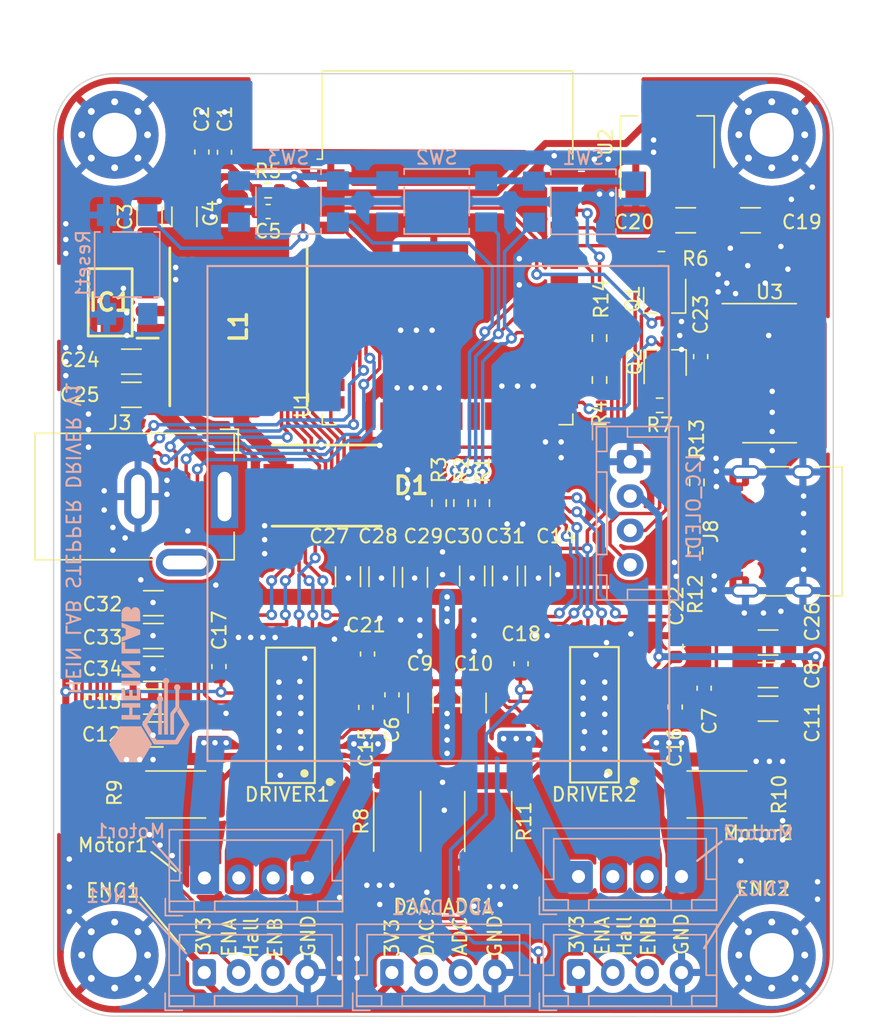
<source format=kicad_pcb>
(kicad_pcb (version 20240108) (generator "pcbnew") (generator_version "8.0")
  (layers (0 "F.Cu" signal) (31 "B.Cu" signal) (34 "B.Paste" user) (35 "F.Paste" user) (36 "B.SilkS" user "B.Silkscreen") (37 "F.SilkS" user "F.Silkscreen") (38 "B.Mask" user) (39 "F.Mask" user) (44 "Edge.Cuts" user))
  (net 0 "")
  (net 1 "+3V3")
  (net 2 "GND")
  (net 3 "+12V")
  (net 4 "EN")
  (net 5 "VCP1")
  (net 6 "VCP2")
  (net 7 "VBUS")
  (net 8 "Net-(C16-Pad1)")
  (net 9 "Net-(C16-Pad2)")
  (net 10 "Net-(C21-Pad1)")
  (net 11 "Net-(C22-Pad1)")
  (net 12 "Net-(C23-Pad2)")
  (net 13 "Net-(D1-Pad2)")
  (net 14 "M1B1")
  (net 15 "M1B2")
  (net 16 "Enable1")
  (net 17 "Diag1")
  (net 18 "Stepper_UART")
  (net 19 "Step1")
  (net 20 "Dir1")
  (net 21 "M1A2")
  (net 22 "M1A1")
  (net 23 "M2B1")
  (net 24 "M2B2")
  (net 25 "Enable2")
  (net 26 "Net-(DRIVER2-Pad2)")
  (net 29 "Diag2")
  (net 32 "Step2")
  (net 34 "Dir2")
  (net 36 "M2A2")
  (net 38 "M2A1")
  (net 39 "DAC_IO26")
  (net 40 "ADC_IO32")
  (net 41 "SCL")
  (net 42 "SDA")
  (net 43 "Encoder1a_HallSensor")
  (net 44 "Encoder1b")
  (net 45 "Encoder2a_HallSensor")
  (net 46 "Encoder2b")
  (net 47 "Net-(J8-PadA5)")
  (net 48 "Net-(J8-PadA6)")
  (net 49 "Net-(J8-PadA7)")
  (net 51 "Net-(J8-PadB5)")
  (net 53 "Net-(Q1-Pad1)")
  (net 54 "USB_RTS")
  (net 55 "Net-(Q2-Pad1)")
  (net 56 "USB_DTR")
  (net 57 "IO0")
  (net 58 "Button1")
  (net 59 "Button2")
  (net 60 "Button3")
  (net 68 "RX")
  (net 69 "TX")
  (net 78 "Net-(DRIVER2-Pad27)")
  (net 79 "Net-(R4-Pad1)")
  (net 80 "Net-(C15-Pad2)")
  (net 81 "Net-(C15-Pad1)")
  (net 82 "Net-(R14-Pad1)")
  (net 83 "Net-(DRIVER1-Pad2)")
  (net 92 "Net-(DRIVER1-Pad27)")
  (footprint "Capacitor_SMD:C_1206_3216Metric" (layer "F.Cu") (at 127.84 48.26 180)
    (property "Reference" "C24")
    (property "Value" "10 uF")
  )
  (footprint "Resistor_SMD:R_0603_1608Metric" (layer "F.Cu") (at 161.925 49.593 -90)
    (property "Reference" "R4")
    (property "Value" "1k")
  )
  (footprint "Capacitor_SMD:C_0603_1608Metric" (layer "F.Cu") (at 156.21 70.244 -90)
    (property "Reference" "C18")
    (property "Value" "100nF")
  )
  (footprint "Capacitor_SMD:C_1206_3216Metric" (layer "F.Cu") (at 152.7556 73.0994 90)
    (property "Reference" "C10")
    (property "Value" "10 uF")
  )
  (footprint "JLCPCB_parts:DIONM7959X262N" (layer "F.Cu") (at 142.057 57.277 180)
    (property "Reference" "D1")
    (property "Value" "SS54" (hide yes))
  )
  (footprint "Resistor_SMD:R_2512_6332Metric" (layer "F.Cu") (at 131.064 79.756 180)
    (property "Reference" "R9")
    (property "Value" "0.12R")
  )
  (footprint "Capacitor_SMD:C_0603_1608Metric" (layer "F.Cu") (at 169.545 72.0214 90)
    (property "Reference" "C7")
    (property "Value" "100nF")
  )
  (footprint "Capacitor_SMD:C_0603_1608Metric" (layer "F.Cu") (at 132.969 33.007 90)
    (property "Reference" "C2")
    (property "Value" "22 uF")
  )
  (footprint "Resistor_SMD:R_0603_1608Metric" (layer "F.Cu") (at 169.0116 57.0484 90)
    (property "Reference" "R13")
    (property "Value" "5.1K")
  )
  (footprint "Capacitor_SMD:C_1206_3216Metric" (layer "F.Cu") (at 148.8948 73.0994 90)
    (property "Reference" "C9")
    (property "Value" "10uF")
  )
  (footprint "Resistor_SMD:R_0603_1608Metric" (layer "F.Cu") (at 150.241 58.547 -90)
    (property "Reference" "R3")
    (property "Value" "10K")
  )
  (footprint "JLCPCB_parts:TMC2226-SA-T" (layer "F.Cu") (at 139.423026 73.996159 90)
    (property "Reference" "DRIVER1")
    (property "Value" "TMC2226-SA-T")
  )
  (footprint "Resistor_SMD:R_0603_1608Metric" (layer "F.Cu") (at 151.8412 58.547 -90)
    (property "Reference" "R2")
    (property "Value" "10K")
  )
  (footprint "Capacitor_SMD:C_1206_3216Metric" (layer "F.Cu") (at 168.197 37.973)
    (property "Reference" "C20")
    (property "Value" "10uF")
  )
  (footprint "Capacitor_SMD:C_0603_1608Metric" (layer "F.Cu") (at 134.62 33.02 90)
    (property "Reference" "C1")
    (property "Value" "100 nF")
  )
  (footprint "Package_TO_SOT_SMD:SOT-223-3_TabPin2" (layer "F.Cu") (at 166.864 32.283 90)
    (property "Reference" "U2")
    (property "Value" "AMS1117-3.3")
  )
  (footprint "JLCPCB_parts:TMC2226-SA-T" (layer "F.Cu") (at 161.5533 73.9518 90)
    (property "Reference" "DRIVER2")
    (property "Value" "TMC2226-SA-T")
  )
  (footprint "Package_SO:SOIC-16_3.9x9.9mm_P1.27mm" (layer "F.Cu") (at 174.309 49.0982)
    (property "Reference" "U3")
    (property "Value" "CH340C")
  )
  (footprint "Resistor_SMD:R_0603_1608Metric" (layer "F.Cu") (at 166.307 51.435 180)
    (property "Reference" "R7")
    (property "Value" "10K")
  )
  (footprint "Capacitor_SMD:C_0603_1608Metric" (layer "F.Cu") (at 134.2136 70.4466 -90)
    (property "Reference" "C17")
    (property "Value" "100nF")
  )
  (footprint "Capacitor_SMD:C_1206_3216Metric" (layer "F.Cu") (at 129.4384 65.8368 180)
    (property "Reference" "C32")
    (property "Value" "10uF")
  )
  (footprint "Capacitor_SMD:C_0603_1608Metric" (layer "F.Cu") (at 145.034 69.5322 90)
    (property "Reference" "C21")
    (property "Value" "2.2 uF")
  )
  (footprint "Capacitor_SMD:C_0603_1608Metric" (layer "F.Cu") (at 137.795 37.338 180)
    (property "Reference" "C5")
    (property "Value" "4.7uF")
  )
  (footprint "MountingHole:MountingHole_3.2mm_M3_Pad_Via" (layer "F.Cu") (at 174.46609 31.75)
    (property "Reference" "H2")
    (property "Value" "MountingHole_Pad")
  )
  (footprint "Resistor_SMD:R_0603_1608Metric" (layer "F.Cu") (at 168.91 62.0146 -90)
    (property "Reference" "R12")
    (property "Value" "5.1K")
  )
  (footprint "Resistor_SMD:R_0603_1608Metric" (layer "F.Cu") (at 137.795 35.814)
    (property "Reference" "R5")
    (property "Value" "10K")
  )
  (footprint "Capacitor_SMD:C_1206_3216Metric" (layer "F.Cu") (at 174.195 71.0692)
    (property "Reference" "C8")
    (property "Value" "10uF")
  )
  (footprint "Capacitor_SMD:C_1206_3216Metric" (layer "F.Cu") (at 172.925 37.973 180)
    (property "Reference" "C19")
    (property "Value" "10uF")
  )
  (footprint "Capacitor_SMD:C_1206_3216Metric" (layer "F.Cu") (at 152.654 63.8538 90)
    (property "Reference" "C30")
    (property "Value" "10 uF")
  )
  (footprint "Capacitor_SMD:C_1206_3216Metric" (layer "F.Cu") (at 129.4366 75.3872 180)
    (property "Reference" "C12")
    (property "Value" "10uF")
  )
  (footprint "Capacitor_SMD:C_0603_1608Metric" (layer "F.Cu") (at 169.291 47.892 -90)
    (property "Reference" "C23")
    (property "Value" "100 nF")
  )
  (footprint "RF_Module:ESP32-WROOM-32" (layer "F.Cu") (at 150.86 42.9674)
    (property "Reference" "U1")
    (property "Value" "ESP32-WROOM-32D")
  )
  (footprint "Capacitor_SMD:C_1206_3216Metric" (layer "F.Cu") (at 174.195 73.5076)
    (property "Reference" "C11")
    (property "Value" "10 uF")
  )
  (footprint "Capacitor_SMD:C_1206_3216Metric" (layer "F.Cu") (at 127.84 50.673 180)
    (property "Reference" "C25")
    (property "Value" "10 uF")
  )
  (footprint "MountingHole:MountingHole_3.2mm_M3_Pad_Via" (layer "F.Cu") (at 174.46609 91.44)
    (property "Reference" "H4")
    (property "Value" "MountingHole_Pad")
  )
  (footprint "MountingHole:MountingHole_3.2mm_M3_Pad_Via" (layer "F.Cu") (at 126.619 31.75)
    (property "Reference" "H1")
    (property "Value" "MountingHole_Pad")
  )
  (footprint "Connector_USB:USB_C_Receptacle_HRO_TYPE-C-31-M-12" (layer "F.Cu") (at 175.6832 60.6024 90)
    (property "Reference" "J8")
    (property "Value" "USB_C_Receptacle_USB2.0")
  )
  (footprint "JLCPCB_parts:SOIC127P600X175-8N" (layer "F.Cu") (at 126.296 43.942 180)
    (property "Reference" "IC1")
    (property "Value" "XL1509-3.3E1" (hide yes))
  )
  (footprint "Capacitor_SMD:C_1206_3216Metric" (layer "F.Cu") (at 148.4884 63.9554 90)
    (property "Reference" "C29")
    (property "Value" "10 uF")
  )
  (footprint "MountingHole:MountingHole_3.2mm_M3_Pad_Via" (layer "F.Cu") (at 126.619 91.44)
    (property "Reference" "H3")
    (property "Value" "MountingHole_Pad")
  )
  (footprint "Resistor_SMD:R_0603_1608Metric" (layer "F.Cu") (at 166.433 40.767 180)
    (property "Reference" "R6")
    (property "Value" "10K")
  )
  (footprint "Capacitor_SMD:C_0603_1608Metric" (layer "F.Cu") (at 146.812 72.504 90)
    (property "Reference" "C6")
    (property "Value" "100nF")
  )
  (footprint "Capacitor_SMD:C_1206_3216Metric" (layer "F.Cu") (at 129.4402 68.2244 180)
    (property "Reference" "C33")
    (property "Value" "10uF")
  )
  (footprint "Resistor_SMD:R_2512_6332Metric" (layer "F.Cu") (at 170.4755 79.756 180)
    (property "Reference" "R10")
    (property "Value" "0.12R")
  )
  (footprint "Capacitor_SMD:C_1206_3216Metric" (layer "F.Cu") (at 155.0416 63.8574 90)
    (property "Reference" "C31")
    (property "Value" "10 uF")
  )
  (footprint "Connector_BarrelJack:BarrelJack_GCT_DCJ200-10-A_Horizontal" (layer "F.Cu") (at 134.62 58.0748 -90)
    (property "Reference" "J3")
    (property "Value" "Barrel_Jack")
  )
  (footprint "Capacitor_SMD:C_0603_1608Metric" (layer "F.Cu") (at 144.907 73.419 90)
    (property "Reference" "C15")
    (property "Value" "22nF")
  )
  (footprint "Capacitor_SMD:C_1206_3216Metric" (layer "F.Cu") (at 146.05 63.9082 90)
    (property "Reference" "C28")
    (property "Value" "10 uF")
  )
  (footprint "Resistor_SMD:R_0603_1608Metric" (layer "F.Cu") (at 153.388874 58.553612 -90)
    (property "Reference" "R1")
    (property "Value" "10K")
  )
  (footprint "Capacitor_SMD:C_1206_3216Metric" (layer "F.Cu") (at 174.197378 68.699618)
    (property "Reference" "C26")
    (property "Value" "10 uF")
  )
  (footprint "Resistor_SMD:R_2512_6332Metric" (layer "F.Cu") (at 147.193 81.7025 90)
    (property "Reference" "R8")
    (property "Value" "0.12R")
  )
  (footprint "Capacitor_SMD:C_1206_3216Metric" (layer "F.Cu") (at 129.159 37.719 -90)
    (property "Reference" "C3")
    (property "Value" "100uF")
  )
  (footprint "Capacitor_SMD:C_0603_1608Metric" (layer "F.Cu") (at 167.4876 68.9734 90)
    (property "Reference" "C22")
    (property "Value" "2.2 uF")
  )
  (footprint "Capacitor_SMD:C_1206_3216Metric" (layer "F.Cu") (at 143.6116 63.9082 90)
    (property "Reference" "C27")
    (property "Value" "10 uF")
  )
  (footprint "Capacitor_SMD:C_1206_3216Metric" (layer "F.Cu") (at 129.4402 70.612 180)
    (property "Reference" "C34")
    (property "Value" "10uF")
  )
  (footprint "Package_TO_SOT_SMD:TSOT-23" (layer "F.Cu") (at 166.685 48.347 90)
    (property "Reference" "Q2")
    (property "Value" "Q_NPN_BEC")
  )
  (footprint "Capacitor_SMD:C_0603_1608Metric" (layer "F.Cu") (at 167.4368 73.393 90)
    (property "Reference" "C16")
    (property "Value" "22nF")
  )
  (footprint "Resistor_SMD:R_0603_1608Metric" (layer "F.Cu") (at 161.925 46.546 90)
    (property "Reference" "R14")
    (property "Value" "0R")
  )
  (footprint "Downloaded:INDPM115100X400N" (layer "F.Cu") (at 135.636 45.723 -90)
    (property "Reference" "L1")
    (property "Value" "47uH" (hide yes))
  )
  (footprint "Resistor_SMD:R_2512_6332Metric" (layer "F.Cu") (at 153.8224 81.7211 -90)
    (property "Reference" "R11")
    (property "Value" "0.12R")
  )
  (footprint "Capacitor_SMD:C_1206_3216Metric" (layer "F.Cu") (at 129.4384 72.9996 180)
    (property "Reference" "C13")
    (property "Value" "10uF")
  )
  (footprint "Package_TO_SOT_SMD:TSOT-23" (layer "F.Cu") (at 166.69 43.775 -90)
    (property "Reference" "Q1")
    (property "Value" "Q_NPN_BEC")
  )
  (footprint "Capacitor_SMD:C_1206_3216Metric" (layer "F.Cu") (at 131.699 37.719 -90)
    (property "Reference" "C4")
    (property "Value" "100uF")
  )
  (footprint "Capacitor_SMD:C_1206_3216Metric" (layer "F.Cu") (at 157.4292 63.8556 90)
    (property "Reference" "C14")
    (property "Value" "10 uF")
  )
  (footprint "Button_Switch_SMD:SW_SPST_TL3305A" (layer "B.Cu") (at 139.275 36.6 180)
    (property "Reference" "SW3")
    (property "Value" "SW_SPST")
  )
  (footprint "Connector_JST:JST_XH_B4B-XH-A_1x04_P2.50mm_Vertical" (layer "B.Cu") (at 164.1602 55.5428 -90)
    (property "Reference" "I2C_OLED1")
    (property "Value" "Conn_01x04_Female")
  )
  (footprint "Connector_JST:JST_XH_B4B-XH-A_1x04_P2.50mm_Vertical" (layer "B.Cu") (at 160.394 92.71)
    (property "Reference" "ENC2")
    (property "Value" "Conn_01x04_Female")
  )
  (footprint "Connector_JST:JST_XH_B4B-XH-A_1x04_P2.50mm_Vertical" (layer "B.Cu") (at 133.158989 85.826042)
    (property "Reference" "Motor1")
    (property "Value" "Conn_01x04_Female")
  )
  (footprint "Button_Switch_SMD:SW_SPST_TL3305A" (layer "B.Cu") (at 150.07 36.6 180)
    (property "Reference" "SW2")
    (property "Value" "SW_SPST")
  )
  (footprint "Button_Switch_SMD:SW_SPST_TL3305A" (layer "B.Cu") (at 160.74675 36.6238 180)
    (property "Reference" "SW1")
    (property "Value" "SW_SPST")
  )
  (footprint "Button_Switch_SMD:SW_SPST_TL3305A" (layer "B.Cu") (at 127.532 41.192 -90)
    (property "Reference" "Reset1")
    (property "Value" "SW_SPST")
  )
  (footprint "Connector_JST:JST_XH_B4B-XH-A_1x04_P2.50mm_Vertical" (layer "B.Cu") (at 133.145144 92.708972)
    (property "Reference" "ENC1")
    (property "Value" "Conn_01x04_Female")
  )
  (footprint "Connector_JST:JST_XH_B4B-XH-A_1x04_P2.50mm_Vertical" (layer "B.Cu") (at 146.805 92.71)
    (property "Reference" "ADC_DAC1")
    (property "Value" "Conn_01x04_Female")
  )
  (footprint "Connector_JST:JST_XH_B4B-XH-A_1x04_P2.50mm_Vertical" (layer "B.Cu") (at 160.394 85.725)
    (property "Reference" "Motor2")
    (property "Value" "Conn_01x04_Female")
  )
  (gr_poly (pts (xy 127.9073 66.837196) (xy 127.9073 66.673593) (xy 127.907328 66.661727) (xy 127.907614 66.649869) (xy 127.908156 66.638023) (xy 127.908955 66.626193) (xy 127.910009 66.614382) (xy 127.911318 66.602596) (xy 127.912882 66.590838) (xy 127.9147 66.579113) (xy 127.915512 66.574415) (xy 127.916435 66.569744) (xy 127.917469 66.5651) (xy 127.918613 66.560485) (xy 127.919866 66.555902) (xy 127.921228 66.551351) (xy 127.922699 66.546836) (xy 127.924276 66.542358) (xy 127.925961 66.53792) (xy 127.927751 66.533522) (xy 127.929647 66.529167) (xy 127.931647 66.524856) (xy 127.933751 66.520593) (xy 127.935958 66.516378) (xy 127.938267 66.512214) (xy 127.940679 66.508102) (xy 127.943066 66.504495) (xy 127.945575 66.500985) (xy 127.948205 66.497574) (xy 127.950951 66.494266) (xy 127.95381 66.491062) (xy 127.95678 66.487966) (xy 127.959857 66.48498) (xy 127.963037 66.482108) (xy 127.966319 66.479351) (xy 127.969699 66.476713) (xy 127.973173 66.474197) (xy 127.976739 66.471804) (xy 127.980394 66.469539) (xy 127.984133 66.467403) (xy 127.987955 66.4654) (xy 127.991856 66.463531) (xy 127.996711 66.461505) (xy 128.001612 66.459615) (xy 128.006558 66.457862) (xy 128.011545 66.456247) (xy 128.016571 66.45477) (xy 128.021633 66.453431) (xy 128.026727 66.452231) (xy 128.031852 66.451172) (xy 128.037003 66.450252) (xy 128.042179 66.449474) (xy 128.047375 66.448837) (xy 128.05259 66.448341) (xy 128.057821 66.447989) (xy 128.063063 66.447779) (xy 128.068316 66.447713) (xy 128.073575 66.447792) (xy 128.078688 66.447696) (xy 128.083797 66.447715) (xy 128.0889 66.447847) (xy 128.093996 66.448092) (xy 128.099082 66.44845) (xy 128.104158 66.44892) (xy 128.10922 66.449503) (xy 128.114267 66.450198) (xy 128.119298 66.451005) (xy 128.12431 66.451924) (xy 128.129302 66.452954) (xy 128.134271 66.454095) (xy 128.139217 66.455346) (xy 128.144136 66.456708) (xy 128.149028 66.45818) (xy 128.15389 66.459762) (xy 128.15767 66.461206) (xy 128.16139 66.462778) (xy 128.165048 66.464474) (xy 128.16864 66.466292) (xy 128.172163 66.468231) (xy 128.175614 66.470289) (xy 128.17899 66.472463) (xy 128.182289 66.474752) (xy 128.185507 66.477152) (xy 128.188642 66.479663) (xy 128.19169 66.482282) (xy 128.194649 66.485006) (xy 128.197516 66.487835) (xy 128.200288 66.490765) (xy 128.202961 66.493794) (xy 128.205533 66.496921) (xy 128.208084 66.500507) (xy 128.210532 66.504156) (xy 128.212875 66.507868) (xy 128.215114 66.511639) (xy 128.217246 66.515467) (xy 128.219271 66.51935) (xy 128.221188 66.523286) (xy 128.222996 66.527272) (xy 128.224693 66.531307) (xy 128.226279 66.535387) (xy 128.227753 66.539511) (xy 128.229114 66.543676) (xy 128.23036 66.547881) (xy 128.231491 66.552122) (xy 128.232506 66.556397) (xy 128.233403 66.560705) (xy 128.235484 66.572005) (xy 128.237268 66.58335) (xy 128.238754 66.594734) (xy 128.239942 66.606151) (xy 128.240832 66.617595) (xy 128.241423 66.629061) (xy 128.241714 66.640542) (xy 128.241704 66.652032) (xy 128.241704 66.837207) (xy 127.9073 66.837196)) (stroke (width 0.015746)) (fill solid) (layer "B.SilkS"))
  (gr_poly (pts (xy 127.6974 66.837196) (xy 127.36028 66.837196) (xy 127.36028 66.61675) (xy 127.360137 66.610265) (xy 127.360147 66.603785) (xy 127.360308 66.597312) (xy 127.36062 66.590849) (xy 127.361084 66.584398) (xy 127.361698 66.577963) (xy 127.362462 66.571545) (xy 127.363376 66.565148) (xy 127.364439 66.558775) (xy 127.365651 66.552427) (xy 127.367011 66.546107) (xy 127.36852 66.539818) (xy 127.370176 66.533563) (xy 127.37198 66.527344) (xy 127.37393 66.521164) (xy 127.376027 66.515026) (xy 127.377711 66.510642) (xy 127.379518 66.506315) (xy 127.381449 66.502048) (xy 127.383501 66.497843) (xy 127.385672 66.493703) (xy 127.387961 66.48963) (xy 127.390366 66.485627) (xy 127.392886 66.481697) (xy 127.395519 66.477841) (xy 127.398262 66.474062) (xy 127.401115 66.470362) (xy 127.404076 66.466745) (xy 127.407144 66.463212) (xy 127.410316 66.459766) (xy 127.41359 66.45641) (xy 127.416966 66.453146) (xy 127.420032 66.45047) (xy 127.423171 66.447891) (xy 127.426381 66.445409) (xy 127.42966 66.443025) (xy 127.433005 66.440742) (xy 127.436414 66.438561) (xy 127.439884 66.436482) (xy 127.443414 66.434506) (xy 127.447 66.432636) (xy 127.450641 66.430873) (xy 127.454334 66.429217) (xy 127.458077 66.42767) (xy 127.461868 66.426233) (xy 127.465703 66.424908) (xy 127.469581 66.423696) (xy 127.4735 66.422597) (xy 127.481368 66.420638) (xy 127.48929 66.41894) (xy 127.497259 66.417505) (xy 127.505268 66.416333) (xy 127.513311 66.415425) (xy 127.521382 66.414783) (xy 127.529473 66.414405) (xy 127.537579 66.414295) (xy 127.54608 66.414332) (xy 127.554562 66.414712) (xy 127.563015 66.415432) (xy 127.571429 66.416492) (xy 127.579794 66.41789) (xy 127.588099 66.419624) (xy 127.596335 66.421692) (xy 127.604489 66.424095) (xy 127.608126 66.425327) (xy 127.61171 66.426682) (xy 127.615237 66.428158) (xy 127.618707 66.429752) (xy 127.622115 66.431464) (xy 127.625458 66.433291) (xy 127.628734 66.435231) (xy 127.631941 66.437282) (xy 127.635074 66.439443) (xy 127.638132 66.441712) (xy 127.641111 66.444086) (xy 127.644009 66.446564) (xy 127.646822 66.449144) (xy 127.649549 66.451823) (xy 127.652185 66.454601) (xy 127.654729 66.457475) (xy 127.657482 66.460972) (xy 127.660135 66.464538) (xy 127.662688 66.468171) (xy 127.665139 66.471868) (xy 127.667487 66.475627) (xy 127.669731 66.479446) (xy 127.67187 66.483323) (xy 127.673903 66.487256) (xy 127.675829 66.491243) (xy 127.677647 66.495281) (xy 127.679356 66.499368) (xy 127.680954 66.503502) (xy 127.682441 66.50768) (xy 127.683816 66.511902) (xy 127.685077 66.516164) (xy 127.686223 66.520464) (xy 127.689077 66.532562) (xy 127.691517 66.54474) (xy 127.693542 66.556987) (xy 127.69515 66.569291) (xy 127.696341 66.581643) (xy 127.697114 66.594031) (xy 127.697467 66.606445) (xy 127.6974 66.618875) (xy 127.6974 66.837196)) (stroke (width 0.015746)) (fill solid) (layer "B.SilkS"))
  (gr_poly (pts (xy 129.925786 72.576812) (xy 129.907778 72.577524) (xy 129.890096 72.579655) (xy 129.872806 72.583157) (xy 129.855975 72.587982) (xy 129.839668 72.594082) (xy 129.823951 72.601407) (xy 129.808891 72.60991) (xy 129.794555 72.619543) (xy 129.781007 72.630257) (xy 129.768315 72.642004) (xy 129.756544 72.654736) (xy 129.74576 72.668404) (xy 129.736031 72.68296) (xy 129.727421 72.698356) (xy 129.719997 72.714544) (xy 129.713826 72.731474) (xy 129.709037 72.748847) (xy 129.705699 72.76634) (xy 129.703786 72.783876) (xy 129.703273 72.801377) (xy 129.704133 72.818766) (xy 129.70634 72.835964) (xy 129.709869 72.852895) (xy 129.714694 72.86948) (xy 129.720788 72.885641) (xy 129.728127 72.901302) (xy 129.736683 72.916383) (xy 129.746431 72.930808) (xy 129.757345 72.944498) (xy 129.7694 72.957377) (xy 129.782569 72.969365) (xy 129.796826 72.980386) (xy 129.796826 75.391589) (xy 130.05412 75.391589) (xy 130.05412 72.980702) (xy 130.061401 72.975331) (xy 130.068414 72.969708) (xy 130.075154 72.963842) (xy 130.08162 72.957742) (xy 130.087807 72.95142) (xy 130.093712 72.944884) (xy 130.099332 72.938143) (xy 130.104664 72.931209) (xy 130.109705 72.92409) (xy 130.114451 72.916796) (xy 130.118899 72.909338) (xy 130.123046 72.901724) (xy 130.126888 72.893964) (xy 130.130422 72.886069) (xy 130.133645 72.878047) (xy 130.136554 72.86991) (xy 130.139145 72.861665) (xy 130.141415 72.853324) (xy 130.143361 72.844895) (xy 130.14498 72.836389) (xy 130.146268 72.827816) (xy 130.147222 72.819184) (xy 130.147839 72.810504) (xy 130.148115 72.801786) (xy 130.148048 72.793039) (xy 130.147634 72.784272) (xy 130.146869 72.775497) (xy 130.145751 72.766721) (xy 130.144276 72.757956) (xy 130.142441 72.749211) (xy 130.140242 72.740495) (xy 130.137677 72.731819) (xy 130.134764 72.723253) (xy 130.131529 72.714867) (xy 130.127979 72.706666) (xy 130.124125 72.698657) (xy 130.119973 72.690846) (xy 130.115532 72.683238) (xy 130.110811 72.675841) (xy 130.105817 72.668659) (xy 130.100559 72.661699) (xy 130.095045 72.654967) (xy 130.089284 72.648469) (xy 130.083283 72.642211) (xy 130.077052 72.6362) (xy 130.070598 72.630441) (xy 130.063929 72.62494) (xy 130.057054 72.619703) (xy 130.049982 72.614737) (xy 130.04272 72.610047) (xy 130.035276 72.60564) (xy 130.02766 72.601521) (xy 130.019879 72.597697) (xy 130.011942 72.594174) (xy 130.003856 72.590957) (xy 129.995631 72.588054) (xy 129.987273 72.585469) (xy 129.978793 72.583209) (xy 129.970198 72.58128) (xy 129.961496 72.579689) (xy 129.952695 72.57844) (xy 129.943805 72.57754) (xy 129.934832 72.576996) (xy 129.925786 72.576813) (xy 129.925786 72.576812)) (stroke (width 0.015746)) (fill solid) (layer "B.SilkS"))
  (gr_line (start 167.005 77.3176) (end 133.3754 77.3176) (stroke (width 0.15)) (layer "B.SilkS"))
  (gr_line (start 170.815 83.185) (end 169.037 84.582) (stroke (width 0.15)) (layer "B.SilkS"))
  (gr_poly (pts (xy 127.374127 69.170297) (xy 127.374127 68.668783) (xy 127.123288 68.668783) (xy 127.123288 69.484275) (xy 128.476666 69.484275) (xy 128.476666 69.170297) (xy 127.374127 69.170297)) (stroke (width 0.015746)) (fill solid) (layer "B.SilkS"))
  (gr_poly (pts (xy 127.123296 67.260608) (xy 127.123296 67.504043) (xy 127.123215 67.508522) (xy 127.123311 67.512989) (xy 127.123581 67.517438) (xy 127.124025 67.521865) (xy 127.12464 67.526264) (xy 127.125426 67.530631) (xy 127.126381 67.534961) (xy 127.127503 67.539249) (xy 127.128792 67.54349) (xy 127.130246 67.547679) (xy 127.131863 67.55181) (xy 127.133643 67.555881) (xy 127.135583 67.559884) (xy 127.137682 67.563816) (xy 127.13994 67.567671) (xy 127.142354 67.571445) (xy 127.144666 67.574592) (xy 127.147093 67.577638) (xy 127.149631 67.580579) (xy 127.152278 67.583414) (xy 127.155029 67.586139) (xy 127.157882 67.588753) (xy 127.160831 67.591251) (xy 127.163875 67.593632) (xy 127.167008 67.595893) (xy 127.170229 67.598031) (xy 127.173532 67.600044) (xy 127.176916 67.601929) (xy 127.180375 67.603683) (xy 127.183907 67.605303) (xy 127.187508 67.606787) (xy 127.191174 67.608133) (xy 127.427358 67.687973) (xy 127.427358 68.202556) (xy 127.191167 68.282396) (xy 127.1873 68.284022) (xy 127.183521 68.285785) (xy 127.179833 68.287683) (xy 127.176239 68.289711) (xy 127.17274 68.291865) (xy 127.169339 68.294143) (xy 127.166039 68.29654) (xy 127.162841 68.299053) (xy 127.159749 68.301678) (xy 127.156765 68.304412) (xy 127.153891 68.307251) (xy 127.151129 68.31019) (xy 127.148483 68.313227) (xy 127.145954 68.316358) (xy 127.143545 68.319579) (xy 127.141258 68.322887) (xy 127.139096 68.326277) (xy 127.137062 68.329747) (xy 127.135157 68.333292) (xy 127.133384 68.336909) (xy 127.131746 68.340595) (xy 127.130244 68.344345) (xy 127.128882 68.348156) (xy 127.127662 68.352024) (xy 127.126586 68.355946) (xy 127.125656 68.359918) (xy 127.124876 68.363936) (xy 127.124247 68.367997) (xy 127.123772 68.372097) (xy 127.123454 68.376232) (xy 127.123294 68.380399) (xy 127.123296 68.384594) (xy 127.123296 68.629758) (xy 128.476674 68.105886) (xy 128.476674 67.784507) (xy 127.123296 67.260608)) (stroke (width 0.015746)) (fill solid) (layer "B.SilkS"))
  (gr_poly (pts (xy 128.476674 72.020031) (xy 128.235753 72.020031) (xy 128.235753 72.575553) (xy 127.920834 72.575553) (xy 127.920834 72.150407) (xy 127.68858 72.150407) (xy 127.68858 72.575553) (xy 127.366261 72.575553) (xy 127.366261 72.020031) (xy 127.124715 72.020031) (xy 127.124715 72.891263) (xy 128.476674 72.891263) (xy 128.476674 72.020031)) (stroke (width 0.015746)) (fill solid) (layer "B.SilkS"))
  (gr_line (start 129.413 83.185) (end 131.445 85.471) (stroke (width 0.15)) (layer "B.SilkS"))
  (gr_poly (pts (xy 127.640714 68.130107) (xy 127.640714 67.760389) (xy 128.01138 67.884782) (xy 128.049799 67.898007) (xy 128.094518 67.913122) (xy 128.118763 67.921233) (xy 128.144178 67.929223) (xy 128.170625 67.937035) (xy 128.197965 67.944612) (xy 128.170222 67.952099) (xy 128.143466 67.959699) (xy 128.117743 67.967393) (xy 128.093099 67.975162) (xy 128.069784 67.982906) (xy 128.048049 67.990469) (xy 128.027936 67.99782) (xy 128.009488 68.004922) (xy 127.640714 68.130107)) (stroke (width 0.015746)) (fill solid) (layer "B.SilkS"))
  (gr_line (start 130.310941 70.745697) (end 130.310941 70.588396) (stroke (width 0.015746)) (layer "B.SilkS"))
  (gr_poly (pts (xy 129.74738 73.190911) (xy 129.572125 73.190911) (xy 129.561804 73.19124) (xy 129.551606 73.192239) (xy 129.541559 73.19389) (xy 129.531691 73.196179) (xy 129.522029 73.199089) (xy 129.512602 73.202605) (xy 129.503438 73.206711) (xy 129.494563 73.211391) (xy 129.486006 73.21663) (xy 129.477795 73.222411) (xy 129.469957 73.228718) (xy 129.46252 73.235537) (xy 129.455511 73.242851) (xy 129.44896 73.250644) (xy 129.442892 73.258901) (xy 129.437337 73.267605) (xy 128.662473 74.567914) (xy 128.657229 74.577334) (xy 128.652684 74.587009) (xy 128.648839 74.596903) (xy 128.645693 74.606979) (xy 128.643246 74.6172) (xy 128.641498 74.627532) (xy 128.640449 74.637936) (xy 128.640099 74.648376) (xy 128.640449 74.658817) (xy 128.641498 74.669221) (xy 128.643246 74.679552) (xy 128.645693 74.689774) (xy 128.648839 74.69985) (xy 128.652684 74.709744) (xy 128.657229 74.719419) (xy 128.662473 74.728839) (xy 129.43813 76.029153) (xy 129.440836 76.033572) (xy 129.443674 76.03788) (xy 129.44664 76.042077) (xy 129.449731 76.046159) (xy 129.452944 76.050126) (xy 129.456275 76.053975) (xy 129.45972 76.057703) (xy 129.463277 76.06131) (xy 129.466941 76.064794) (xy 129.470709 76.068151) (xy 129.474578 76.07138) (xy 129.478544 76.07448) (xy 129.482604 76.077448) (xy 129.486754 76.080282) (xy 129.490991 76.08298) (xy 129.495312 76.085541) (xy 129.499712 76.087962) (xy 129.504188 76.090241) (xy 129.508737 76.092376) (xy 129.513356 76.094366) (xy 129.518041 76.096207) (xy 129.522788 76.0979) (xy 129.527594 76.09944) (xy 129.532455 76.100827) (xy 129.537368 76.102059) (xy 129.54233 76.103132) (xy 129.547337 76.104046) (xy 129.552386 76.104799) (xy 129.557473 76.105388) (xy 129.562594 76.105811) (xy 129.567746 76.106067) (xy 129.572926 76.106153) (xy 131.124066 76.106153) (xy 131.134409 76.10582) (xy 131.144627 76.104815) (xy 131.154694 76.103155) (xy 131.16458 76.100855) (xy 131.174258 76.097931) (xy 131.1837 76.094399) (xy 131.192878 76.090275) (xy 131.201765 76.085575) (xy 131.210332 76.080315) (xy 131.218551 76.074511) (xy 131.226396 76.068178) (xy 131.233836 76.061333) (xy 131.240846 76.053992) (xy 131.247396 76.04617) (xy 131.253459 76.037883) (xy 131.259007 76.029148) (xy 132.034665 74.728839) (xy 132.039895 74.719416) (xy 132.044428 74.709739) (xy 132.048264 74.699845) (xy 132.051402 74.689769) (xy 132.053843 74.679548) (xy 132.055586 74.669218) (xy 132.056632 74.658815) (xy 132.056981 74.648377) (xy 132.056632 74.637938) (xy 132.055586 74.627535) (xy 132.053843 74.617205) (xy 132.051402 74.606984) (xy 132.048264 74.596908) (xy 132.044428 74.587014) (xy 132.039895 74.577337) (xy 132.034665 74.567914) (xy 131.345143 73.411834) (xy 131.345143 73.444745) (xy 131.345051 73.450197) (xy 131.344729 73.455623) (xy 131.34418 73.461016) (xy 131.343406 73.46637) (xy 131.342409 73.471677) (xy 131.341193 73.476931) (xy 131.339759 73.482125) (xy 131.338109 73.487252) (xy 131.336246 73.492306) (xy 131.334172 73.49728) (xy 131.33189 73.502166) (xy 131.329402 73.506959) (xy 131.32671 73.51165) (xy 131.323816 73.516235) (xy 131.320723 73.520705) (xy 131.317433 73.525054) (xy 131.267354 73.588045) (xy 131.163114 73.720153) (xy 131.71565 74.648072) (xy 131.034001 75.79124) (xy 129.661412 75.79124) (xy 128.98055 74.648073) (xy 129.662198 73.504905) (xy 129.74738 73.504905) (xy 129.74738 73.190911)) (stroke (width 0.015746)) (fill solid) (layer "B.SilkS"))
  (gr_poly (pts (xy 127.123296 73.114228) (xy 127.123296 73.429938) (xy 127.695508 73.429938) (xy 127.695508 73.97995) (xy 127.123296 73.97995) (xy 127.123296 74.295658) (xy 128.476674 74.295658) (xy 128.476674 73.97995) (xy 127.911076 73.97995) (xy 127.911076 73.429938) (xy 128.476674 73.429938) (xy 128.476674 73.114228) (xy 127.123296 73.114228)) (stroke (width 0.015746)) (fill solid) (layer "B.SilkS"))
  (gr_line (start 133.3754 41.3004) (end 133.3754 77.3176) (stroke (width 0.15)) (layer "B.SilkS"))
  (gr_line (start 167.005 59.2928) (end 167.005 77.3176) (stroke (width 0.15)) (layer "B.SilkS"))
  (gr_line (start 133.3754 41.3004) (end 166.9542 41.3004) (stroke (width 0.15)) (layer "B.SilkS"))
  (gr_line (start 129.748174 73.50536) (end 129.748174 73.348215) (stroke (width 0.015746)) (layer "B.SilkS"))
  (gr_poly (pts (xy 126.224347 76.103313) (xy 127 74.803) (xy 128.550992 74.803) (xy 129.326488 76.103313) (xy 128.550992 77.403627) (xy 127 77.403627) (xy 126.224347 76.103313)) (stroke (width 0.015746)) (fill solid) (layer "B.SilkS"))
  (gr_poly (pts (xy 128.474782 71.047548) (xy 128.47436 71.044304) (xy 128.473809 71.041089) (xy 128.473131 71.037907) (xy 128.472329 71.03476) (xy 128.471402 71.031653) (xy 128.470354 71.028589) (xy 128.469186 71.025571) (xy 128.467898 71.022603) (xy 128.466494 71.019689) (xy 128.464974 71.016832) (xy 128.46334 71.014036) (xy 128.461594 71.011304) (xy 128.459737 71.008639) (xy 128.457771 71.006047) (xy 128.455698 71.003528) (xy 128.453519 71.001089) (xy 128.450538 70.998016) (xy 128.447509 70.994994) (xy 128.44443 70.992022) (xy 128.441303 70.989101) (xy 128.438129 70.986232) (xy 128.434907 70.983416) (xy 128.43164 70.980652) (xy 128.428327 70.977941) (xy 127.615674 70.335182) (xy 127.635014 70.336885) (xy 127.654075 70.338381) (xy 127.672869 70.339654) (xy 127.691411 70.340683) (xy 127.709494 70.341486) (xy 127.726973 70.342082) (xy 127.743952 70.342454) (xy 127.760533 70.342582) (xy 128.476666 70.342582) (xy 128.476666 70.065923) (xy 127.12328 70.065923) (xy 127.12328 70.229189) (xy 127.123224 70.233119) (xy 127.123271 70.237044) (xy 127.123419 70.240964) (xy 127.123668 70.244874) (xy 127.124019 70.248775) (xy 127.124471 70.252663) (xy 127.125023 70.256537) (xy 127.125675 70.260394) (xy 127.126427 70.264234) (xy 127.127278 70.268053) (xy 127.128228 70.27185) (xy 127.129277 70.275624) (xy 127.130424 70.279371) (xy 127.131668 70.28309) (xy 127.133011 70.28678) (xy 127.13445 70.290437) (xy 127.136273 70.294016) (xy 127.138204 70.297531) (xy 127.140239 70.300979) (xy 127.142377 70.304359) (xy 127.144616 70.307668) (xy 127.146954 70.310904) (xy 127.14939 70.314066) (xy 127.151921 70.317149) (xy 127.154546 70.320154) (xy 127.157263 70.323077) (xy 127.16007 70.325916) (xy 127.162965 70.328669) (xy 127.165946 70.331334) (xy 127.169012 70.333909) (xy 127.17216 70.336391) (xy 127.175389 70.338779) (xy 127.981603 70.976976) (xy 127.963983 70.975609) (xy 127.946452 70.974364) (xy 127.929216 70.97325) (xy 127.91248 70.972276) (xy 127.896072 70.971473) (xy 127.879827 70.970877) (xy 127.863968 70.970505) (xy 127.848714 70.970377) (xy 127.12328 70.970377) (xy 127.12328 71.2469) (xy 128.476659 71.2469) (xy 128.476659 71.081565) (xy 128.476664 71.077302) (xy 128.4766 71.07304) (xy 128.476467 71.068781) (xy 128.476264 71.064524) (xy 128.475992 71.060272) (xy 128.47565 71.056024) (xy 128.475239 71.051782) (xy 128.474759 71.047546) (xy 128.474782 71.047548)) (stroke (width 0.015746)) (fill solid) (layer "B.SilkS"))
  (gr_line (start 167.005 59.2928) (end 166.9542 41.3004) (stroke (width 0.15)) (layer "B.SilkS"))
  (gr_line (start 171.831 87.249) (end 169.545 90.932) (stroke (width 0.15)) (layer "B.SilkS"))
  (gr_line (start 128.397 87.63) (end 131.826 91.313) (stroke (width 0.15)) (layer "B.SilkS"))
  (gr_poly (pts (xy 131.177449 71.742582) (xy 131.159424 71.743277) (xy 131.141724 71.745394) (xy 131.124415 71.748884) (xy 131.107565 71.753701) (xy 131.09124 71.759794) (xy 131.075505 71.767116) (xy 131.060428 71.775618) (xy 131.046074 71.785252) (xy 131.03251 71.79597) (xy 131.019802 71.807722) (xy 131.008017 71.820462) (xy 130.997221 71.834139) (xy 130.98748 71.848707) (xy 130.978861 71.864116) (xy 130.97143 71.880318) (xy 130.965253 71.897265) (xy 130.960461 71.914654) (xy 130.957123 71.932164) (xy 130.955213 71.949716) (xy 130.954705 71.967233) (xy 130.955573 71.984637) (xy 130.957791 72.001849) (xy 130.961333 72.018792) (xy 130.966172 72.035388) (xy 130.972283 72.051559) (xy 130.97964 72.067227) (xy 130.988216 72.082315) (xy 130.997986 72.096743) (xy 131.008924 72.110435) (xy 131.021003 72.123313) (xy 131.034198 72.135298) (xy 131.048482 72.146312) (xy 131.048489 73.373565) (xy 130.705228 73.802962) (xy 130.701895 73.807295) (xy 130.698759 73.811752) (xy 130.695823 73.816325) (xy 130.693088 73.821008) (xy 130.690558 73.825794) (xy 130.688234 73.830675) (xy 130.68612 73.835647) (xy 130.684216 73.8407) (xy 130.682527 73.845829) (xy 130.681054 73.851027) (xy 130.679799 73.856286) (xy 130.678766 73.861601) (xy 130.677956 73.866963) (xy 130.677372 73.872367) (xy 130.677017 73.877806) (xy 130.676892 73.883272) (xy 130.676885 75.391592) (xy 130.934178 75.391592) (xy 130.934178 73.928305) (xy 131.27776 73.498593) (xy 131.281089 73.494262) (xy 131.284219 73.489806) (xy 131.287148 73.485233) (xy 131.289872 73.48055) (xy 131.292391 73.475763) (xy 131.2947 73.47088) (xy 131.296798 73.465907) (xy 131.298683 73.460852) (xy 131.300352 73.455722) (xy 131.301802 73.450523) (xy 131.303031 73.445263) (xy 131.304036 73.439948) (xy 131.304816 73.434585) (xy 131.305368 73.429182) (xy 131.305688 73.423746) (xy 131.305776 73.418283) (xy 131.305783 72.14647) (xy 131.313057 72.141093) (xy 131.320063 72.135464) (xy 131.326796 72.129593) (xy 131.333255 72.123489) (xy 131.339435 72.117163) (xy 131.345334 72.110623) (xy 131.350948 72.103879) (xy 131.356274 72.096942) (xy 131.361309 72.089821) (xy 131.366049 72.082525) (xy 131.370491 72.075065) (xy 131.374633 72.06745) (xy 131.378469 72.059689) (xy 131.381999 72.051793) (xy 131.385217 72.043771) (xy 131.388122 72.035634) (xy 131.390709 72.027389) (xy 131.392975 72.019048) (xy 131.394917 72.01062) (xy 131.396533 72.002115) (xy 131.397818 71.993543) (xy 131.398769 71.984912) (xy 131.399384 71.976233) (xy 131.399658 71.967516) (xy 131.399589 71.958771) (xy 131.399174 71.950006) (xy 131.398408 71.941232) (xy 131.39729 71.932458) (xy 131.395814 71.923695) (xy 131.39398 71.914951) (xy 131.391782 71.906237) (xy 131.389218 71.897563) (xy 131.386307 71.888998) (xy 131.383073 71.880613) (xy 131.379527 71.872414) (xy 131.375675 71.864405) (xy 131.371526 71.856594) (xy 131.367088 71.848987) (xy 131.36237 71.841589) (xy 131.35738 71.834406) (xy 131.352126 71.827445) (xy 131.346617 71.820712) (xy 131.34086 71.814212) (xy 131.334864 71.807952) (xy 131.328637 71.801938) (xy 131.322187 71.796176) (xy 131.315524 71.790672) (xy 131.308654 71.785432) (xy 131.301586 71.780461) (xy 131.294329 71.775767) (xy 131.28689 71.771355) (xy 131.279279 71.767231) (xy 131.271502 71.763401) (xy 131.263569 71.759872) (xy 131.255488 71.756649) (xy 131.247267 71.753738) (xy 131.238914 71.751146) (xy 131.230438 71.748878) (xy 131.221846 71.74694) (xy 131.213148 71.74534) (xy 131.204351 71.744082) (xy 131.195463 71.743172) (xy 131.186493 71.742617) (xy 131.177449 71.742424) (xy 131.177449 71.742582)) (stroke (width 0.015746)) (fill solid) (layer "B.SilkS"))
  (gr_poly (pts (xy 127.123296 71.498045) (xy 127.123296 71.813755) (xy 128.476674 71.813755) (xy 128.476674 71.497888) (xy 127.123296 71.498045)) (stroke (width 0.015746)) (fill solid) (layer "B.SilkS"))
  (gr_poly (pts (xy 130.362897 71.276184) (xy 130.34489 71.276895) (xy 130.327209 71.279027) (xy 130.309921 71.282529) (xy 130.29309 71.287354) (xy 130.276784 71.293453) (xy 130.261068 71.300778) (xy 130.246009 71.309282) (xy 130.231672 71.318914) (xy 130.218125 71.329629) (xy 130.205433 71.341376) (xy 130.193662 71.354107) (xy 130.182879 71.367775) (xy 130.173149 71.382331) (xy 130.16454 71.397727) (xy 130.157116 71.413914) (xy 130.150945 71.430845) (xy 130.146156 71.448217) (xy 130.142818 71.46571) (xy 130.140905 71.483246) (xy 130.140392 71.500747) (xy 130.141251 71.518136) (xy 130.143459 71.535335) (xy 130.146988 71.552265) (xy 130.151812 71.56885) (xy 130.157907 71.585012) (xy 130.165245 71.600672) (xy 130.173801 71.615754) (xy 130.18355 71.630179) (xy 130.194464 71.643869) (xy 130.206519 71.656748) (xy 130.219687 71.668737) (xy 130.233945 71.679758) (xy 130.233937 75.391589) (xy 130.491231 75.391589) (xy 130.491231 71.679914) (xy 130.498519 71.674549) (xy 130.505539 71.668931) (xy 130.512286 71.66307) (xy 130.518758 71.656975) (xy 130.524952 71.650656) (xy 130.530864 71.644124) (xy 130.53649 71.637387) (xy 130.541829 71.630455) (xy 130.546875 71.623338) (xy 130.551627 71.616047) (xy 130.55608 71.60859) (xy 130.560232 71.600977) (xy 130.564079 71.593219) (xy 130.567618 71.585324) (xy 130.570846 71.577304) (xy 130.573759 71.569166) (xy 130.576354 71.560922) (xy 130.578628 71.55258) (xy 130.580578 71.544151) (xy 130.582199 71.535645) (xy 130.58349 71.52707) (xy 130.584446 71.518437) (xy 130.585065 71.509756) (xy 130.585343 71.501037) (xy 130.585277 71.492288) (xy 130.584863 71.48352) (xy 130.584099 71.474743) (xy 130.582981 71.465966) (xy 130.581505 71.457199) (xy 130.579669 71.448452) (xy 130.577469 71.439735) (xy 130.574902 71.431057) (xy 130.571987 71.422489) (xy 130.568749 71.414102) (xy 130.565197 71.4059) (xy 130.56134 71.39789) (xy 130.557185 71.390079) (xy 130.55274 71.382471) (xy 130.548015 71.375074) (xy 130.543018 71.367892) (xy 130.537756 71.360934) (xy 130.532238 71.354203) (xy 130.526473 71.347707) (xy 130.520468 71.341451) (xy 130.514233 71.335442) (xy 130.507774 71.329686) (xy 130.501102 71.324188) (xy 130.494223 71.318955) (xy 130.487146 71.313993) (xy 130.479879 71.309308) (xy 130.472432 71.304906) (xy 130.464811 71.300792) (xy 130.457026 71.296974) (xy 130.449085 71.293457) (xy 130.440995 71.290247) (xy 130.432766 71.287351) (xy 130.424405 71.284773) (xy 130.415921 71.282521) (xy 130.407322 71.280601) (xy 130.398617 71.279018) (xy 130.389814 71.277779) (xy 130.38092 71.27689) (xy 130.371945 71.276356) (xy 130.362897 71.276184)) (stroke (width 0.015746)) (fill solid) (layer "B.SilkS"))
  (gr_poly (pts (xy 127.123296 67.151016) (xy 128.476674 67.151016) (xy 128.476674 66.653123) (xy 128.476756 66.623003) (xy 128.475882 66.592917) (xy 128.474055 66.562889) (xy 128.471276 66.532942) (xy 128.467549 66.503098) (xy 128.462877 66.47338) (xy 128.457261 66.44381) (xy 128.450704 66.414411) (xy 128.448006 66.403611) (xy 128.445049 66.392892) (xy 128.441834 66.382258) (xy 128.438363 66.371713) (xy 128.434637 66.361262) (xy 128.43066 66.35091) (xy 128.426433 66.340661) (xy 128.421958 66.330519) (xy 128.417237 66.32049) (xy 128.412272 66.310577) (xy 128.407065 66.300786) (xy 128.401619 66.29112) (xy 128.395935 66.281584) (xy 128.390015 66.272183) (xy 128.383862 66.262921) (xy 128.377477 66.253803) (xy 128.371794 66.246424) (xy 128.365881 66.239253) (xy 128.359743 66.232293) (xy 128.353387 66.22555) (xy 128.346817 66.219029) (xy 128.34004 66.212734) (xy 128.333063 66.20667) (xy 128.32589 66.200842) (xy 128.318529 66.195253) (xy 128.310985 66.18991) (xy 128.303265 66.184817) (xy 128.295373 66.179978) (xy 128.287317 66.175398) (xy 128.279102 66.171082) (xy 128.270734 66.167035) (xy 128.262219 66.163261) (xy 128.253172 66.15973) (xy 128.24405 66.15643) (xy 128.234856 66.153361) (xy 128.225596 66.150525) (xy 128.216273 66.147922) (xy 128.206893 66.145553) (xy 128.19746 66.143419) (xy 128.187978 66.141521) (xy 128.178451 66.13986) (xy 128.168885 66.138436) (xy 128.159283 66.13725) (xy 128.14965 66.136303) (xy 128.139991 66.135596) (xy 128.130309 66.13513) (xy 128.12061 66.134906) (xy 128.110898 66.134924) (xy 128.099763 66.135085) (xy 128.088653 66.135664) (xy 128.077581 66.13666) (xy 128.066558 66.138072) (xy 128.055595 66.139896) (xy 128.044705 66.142133) (xy 128.0339 66.144779) (xy 128.02319 66.147834) (xy 128.017838 66.149575) (xy 128.012529 66.151429) (xy 128.007265 66.153396) (xy 128.002047 66.155474) (xy 127.996877 66.157662) (xy 127.991757 66.15996) (xy 127.986689 66.162367) (xy 127.981674 66.164882) (xy 127.976714 66.167503) (xy 127.971811 66.170231) (xy 127.966966 66.173063) (xy 127.962181 66.176001) (xy 127.957458 66.179041) (xy 127.952798 66.182184) (xy 127.948204 66.185428) (xy 127.943677 66.188774) (xy 127.938812 66.192575) (xy 127.93403 66.196471) (xy 127.929331 66.200462) (xy 127.924718 66.204545) (xy 127.92019 66.20872) (xy 127.91575 66.212984) (xy 127.911398 66.217337) (xy 127.907137 66.221777) (xy 127.902967 66.226303) (xy 127.898889 66.230913) (xy 127.894905 66.235606) (xy 127.891017 66.24038) (xy 127.887224 66.245234) (xy 127.88353 66.250168) (xy 127.879934 66.255178) (xy 127.876439 66.260265) (xy 127.868422 66.272626) (xy 127.860807 66.285227) (xy 127.8536 66.298057) (xy 127.846805 66.311105) (xy 127.840428 66.324363) (xy 127.834473 66.33782) (xy 127.828945 66.351466) (xy 127.82385 66.365291) (xy 127.819636 66.348852) (xy 127.815107 66.332955) (xy 127.810261 66.317601) (xy 127.8051 66.302789) (xy 127.799622 66.28852) (xy 127.793828 66.274793) (xy 127.787719 66.261609) (xy 127.781293 66.248967) (xy 127.774551 66.236868) (xy 127.767493 66.225312) (xy 127.760118 66.214297) (xy 127.752428 66.203826) (xy 127.744421 66.193896) (xy 127.736098 66.18451) (xy 127.727459 66.175665) (xy 127.718503 66.167364) (xy 127.708544 66.159366) (xy 127.698262 66.15187) (xy 127.687679 66.144883) (xy 127.676811 66.13841) (xy 127.665679 66.132458) (xy 127.654302 66.127035) (xy 127.642699 66.122146) (xy 127.63089 66.117798) (xy 127.618893 66.113998) (xy 127.606727 66.110752) (xy 127.594413 66.108067) (xy 127.581969 66.105949) (xy 127.569414 66.104406) (xy 127.556768 66.103443) (xy 127.544049 66.103067) (xy 127.531278 66.103284) (xy 127.520912 66.103333) (xy 127.510565 66.10366) (xy 127.500241 66.104264) (xy 127.489947 66.105144) (xy 127.479687 66.106299) (xy 127.469467 66.107728) (xy 127.459293 66.109429) (xy 127.449169 66.111402) (xy 127.439102 66.113646) (xy 127.429097 66.116158) (xy 127.419159 66.118939) (xy 127.409294 66.121986) (xy 127.399507 66.1253) (xy 127.389804 66.128878) (xy 127.38019 66.132719) (xy 127.370671 66.136823) (xy 127.361369 66.14118) (xy 127.352205 66.145788) (xy 127.343183 66.150646) (xy 127.33431 66.155748) (xy 127.325589 66.161091) (xy 127.317025 66.166672) (xy 127.308623 66.172487) (xy 127.300387 66.178533) (xy 127.292323 66.184806) (xy 127.284436 66.191302) (xy 127.276729 66.198017) (xy 127.269209 66.204949) (xy 127.261878 66.212094) (xy 127.254743 66.219447) (xy 127.247808 66.227005) (xy 127.241078 66.234766) (xy 127.233882 66.24365) (xy 127.226913 66.252698) (xy 127.220174 66.261907) (xy 127.213668 66.271271) (xy 127.207398 66.280786) (xy 127.201365 66.290447) (xy 127.195572 66.30025) (xy 127.190021 66.310191) (xy 127.184716 66.320264) (xy 127.179658 66.330465) (xy 127.174849 66.340791) (xy 127.170293 66.351235) (xy 127.165991 66.361795) (xy 127.161946 66.372465) (xy 127.158161 66.38324) (xy 127.154637 66.394117) (xy 127.14695 66.4205) (xy 127.140325 66.447137) (xy 127.134768 66.473993) (xy 127.130282 66.501039) (xy 127.126873 66.528241) (xy 127.124545 66.555567) (xy 127.123303 66.582986) (xy 127.123151 66.610466) (xy 127.123296 67.151016)) (stroke (width 0.015746)) (fill solid) (layer "B.SilkS"))
  (gr_line (start 171.958 87.122) (end 169.545 90.932) (stroke (width 0.15)) (layer "F.SilkS"))
  (gr_line (start 128.524 87.249) (end 131.699 91.059) (stroke (width 0.15)) (layer "F.SilkS"))
  (gr_line (start 170.815 83.185) (end 169.037 84.582) (stroke (width 0.15)) (layer "F.SilkS"))
  (gr_line (start 129.286 83.947) (end 131.064 85.344) (stroke (width 0.15)) (layer "F.SilkS"))
  (gr_line (start 152.4 27.305) (end 126.619 27.305) (stroke (width 0.1)) (layer "Edge.Cuts"))
  (gr_line (start 152.4 27.305) (end 174.498 27.305) (stroke (width 0.1)) (layer "Edge.Cuts"))
  (gr_line (start 122.174 91.44) (end 122.174 31.75) (stroke (width 0.1)) (layer "Edge.Cuts"))
  (gr_line (start 174.498 95.91691) (end 126.619 95.885) (stroke (width 0.1)) (layer "Edge.Cuts"))
  (gr_arc (start 122.174 31.75) (mid 123.47591 28.60691) (end 126.619 27.305) (stroke (width 0.1)) (layer "Edge.Cuts"))
  (gr_arc (start 174.498 27.305) (mid 177.64109 28.60691) (end 178.943 31.75) (stroke (width 0.1)) (layer "Edge.Cuts"))
  (gr_arc (start 126.619 95.885) (mid 123.47591 94.58309) (end 122.174 91.44) (stroke (width 0.1)) (layer "Edge.Cuts"))
  (gr_line (start 178.943 31.75) (end 178.943 91.47191) (stroke (width 0.1)) (layer "Edge.Cuts"))
  (gr_arc (start 178.943 91.47191) (mid 177.64109 94.615) (end 174.498 95.91691) (stroke (width 0.1)) (layer "Edge.Cuts"))
  (gr_text "HEIN LAB STEPPER DRIVER V1" (at 123.571 61.087 270) (layer "B.SilkS") (effects (font (size 1 1)) (justify mirror)))
  (gr_text "GND" (at 167.894 89.916 90) (layer "F.SilkS") (effects (font (size 1 1))))
  (gr_text "ENB" (at 165.481 90.043 90) (layer "F.SilkS") (effects (font (size 1 1))))
  (gr_text "ENB" (at 138.303 90.17 90) (layer "F.SilkS") (effects (font (size 1 1))))
  (gr_text "3V3" (at 133.096 90.043 90) (layer "F.SilkS") (effects (font (size 1 1))))
  (gr_text "DAC" (at 149.352 90.17 90) (layer "F.SilkS") (effects (font (size 1 1))))
  (gr_text "ENC2" (at 173.863 86.614 0) (layer "F.SilkS") (effects (font (size 1 1))))
  (gr_text "ENA\nHall" (at 135.763 90.17 90) (layer "F.SilkS") (effects (font (size 1 1))))
  (gr_text "ADC" (at 151.765 90.043 90) (layer "F.SilkS") (effects (font (size 1 1))))
  (gr_text "DAC_ADC1" (at 150.622 87.884 0) (layer "F.SilkS") (effects (font (size 1 1))))
  (gr_text "3V3" (at 146.812 90.17 90) (layer "F.SilkS") (effects (font (size 1 1))))
  (gr_text "ENA\nHall" (at 162.941 90.043 90) (layer "F.SilkS") (effects (font (size 1 1))))
  (gr_text "Motor1" (at 126.492 83.439 0) (layer "F.SilkS") (effects (font (size 1 1))))
  (gr_text "Motor2" (at 173.482 82.55 0) (layer "F.SilkS") (effects (font (size 1 1))))
  (gr_text "3V3" (at 160.274 89.916 90) (layer "F.SilkS") (effects (font (size 1 1))))
  (gr_text "ENC1" (at 126.492 86.741 0) (layer "F.SilkS") (effects (font (size 1 1))))
  (gr_text "GND" (at 140.716 90.043 90) (layer "F.SilkS") (effects (font (size 1 1))))
  (gr_text "GND" (at 154.305 90.043 90) (layer "F.SilkS") (effects (font (size 1 1))))
  (segment (start 131.699 38.213927) (end 133.223 36.689927) (width 0.508) (layer "F.Cu") (net 1))
  (segment (start 163.83 32.385) (end 165.086 31.129) (width 0.508) (layer "F.Cu") (net 1))
  (segment (start 131.953 39.321) (end 132.08 39.194) (width 0.25) (layer "F.Cu") (net 1))
  (segment (start 157.988 32.385) (end 163.83 32.385) (width 0.508) (layer "F.Cu") (net 1))
  (segment (start 164.419061 71.02673) (end 165.44727 71.02673) (width 0.254) (layer "F.Cu") (net 1))
  (segment (start 133.223 36.068) (end 134.493 34.798) (width 0.508) (layer "F.Cu") (net 1))
  (segment (start 131.699 39.194) (end 131.699 38.213927) (width 0.508) (layer "F.Cu") (net 1))
  (segment (start 160.401 94.488) (end 160.426028 94.462972) (width 0.508) (layer "F.Cu") (net 1))
  (segment (start 131.699 43.307) (end 131.953 43.053) (width 0.25) (layer "F.Cu") (net 1))
  (segment (start 136.779 35.814) (end 134.76 33.795) (width 0.508) (layer "F.Cu") (net 1))
  (segment (start 134.76 33.795) (end 134.62 33.795) (width 0.508) (layer "F.Cu") (net 1))
  (segment (start 131.953 43.053) (end 131.953 39.321) (width 0.25) (layer "F.Cu") (net 1))
  (segment (start 154.3906 35.9824) (end 157.988 32.385) (width 0.508) (layer "F.Cu") (net 1))
  (segment (start 166.864 31.129) (end 166.864 35.433) (width 0.508) (layer "F.Cu") (net 1))
  (segment (start 134.366 71.374) (end 134.366 72.39) (width 0.25) (layer "F.Cu") (net 1))
  (segment (start 146.803669 92.591331) (end 146.803669 93.353331) (width 0.508) (layer "F.Cu") (net 1))
  (segment (start 173.228 86.614) (end 170.307 89.535) (width 0.508) (layer "F.Cu") (net 1))
  (segment (start 139.7 34.798) (end 140.8844 35.9824) (width 0.508) (layer "F.Cu") (net 1))
  (segment (start 123.063 50.673) (end 125.095 48.641) (width 0.508) (layer "F.Cu") (net 1))
  (segment (start 170.307 94.488) (end 157.607 94.488) (width 0.508) (layer "F.Cu") (net 1))
  (segment (start 129.217 43.307) (end 131.699 43.307) (width 0.25) (layer "F.Cu") (net 1))
  (segment (start 125.095 48.641) (end 125.095 43.639) (width 0.508) (layer "F.Cu") (net 1))
  (segment (start 177.673 84.582) (end 175.641 86.614) (width 0.508) (layer "F.Cu") (net 1))
  (segment (start 142.36 35.9824) (end 154.3906 35.9824) (width 0.508) (layer "F.Cu") (net 1))
  (segment (start 166.864 29.133) (end 166.864 35.433) (width 0.508) (layer "F.Cu") (net 1))
  (segment (start 134.607 33.782) (end 134.62 33.795) (width 0.508) (layer "F.Cu") (net 1))
  (segment (start 129.54 39.194) (end 132.08 39.194) (width 0.508) (layer "F.Cu") (net 1))
  (segment (start 123.063 82.296) (end 123.063 50.673) (width 0.508) (layer "F.Cu") (net 1))
  (segment (start 140.8844 35.9824) (end 142.36 35.9824) (width 0.508) (layer "F.Cu") (net 1))
  (segment (start 157.48 91.186) (end 157.48 94.361) (width 0.254) (layer "F.Cu") (net 1))
  (segment (start 136.97 35.814) (end 136.779 35.814) (width 0.508) (layer "F.Cu") (net 1))
  (segment (start 165.086 31.129) (end 166.864 31.129) (width 0.508) (layer "F.Cu") (net 1))
  (segment (start 157.607 94.488) (end 147.828 94.488) (width 0.508) (layer "F.Cu") (net 1))
  (segment (start 156.1592 72.136) (end 156.349905 72.326705) (width 0.254) (layer "F.Cu") (net 1))
  (segment (start 133.156 92.389) (end 123.063 82.296) (width 0.508) (layer "F.Cu") (net 1))
  (segment (start 156.1592 72.136) (end 156.1592 71.0698) (width 0.254) (layer "F.Cu") (net 1))
  (segment (start 165.44727 71.02673) (end 166.243 70.231) (width 0.254) (layer "F.Cu") (net 1))
  (segment (start 160.426028 94.462972) (end 160.426028 92.71) (width 0.508) (layer "F.Cu") (net 1))
  (segment (start 134.366 94.488) (end 133.156 93.278) (width 0.508) (layer "F.Cu") (net 1))
  (segment (start 134.2136 71.2216) (end 134.366 71.374) (width 0.25) (layer "F.Cu") (net 1))
  (segment (start 134.384936 72.371064) (end 134.384936 72.313487) (width 0.25) (layer "F.Cu") (net 1))
  (segment (start 132.969 33.782) (end 134.607 33.782) (width 0.508) (layer "F.Cu") (net 1))
  (segment (start 145.669 94.488) (end 134.366 94.488) (width 0.508) (layer "F.Cu") (net 1))
  (segment (start 170.307 89.535) (end 170.307 94.488) (width 0.508) (layer "F.Cu") (net 1))
  (segment (start 146.803669 93.353331) (end 145.669 94.488) (width 0.508) (layer "F.Cu") (net 1))
  (segment (start 147.828 94.488) (end 146.803669 93.463669) (width 0.508) (layer "F.Cu") (net 1))
  (segment (start 133.156 93.278) (end 133.156 92.389) (width 0.508) (layer "F.Cu") (net 1))
  (segment (start 134.366 72.39) (end 134.384936 72.371064) (width 0.25) (layer "F.Cu") (net 1))
  (segment (start 134.384936 72.371064) (end 136.557265 72.371064) (width 0.25) (layer "F.Cu") (net 1))
  (segment (start 175.641 86.614) (end 173.228 86.614) (width 0.508) (layer "F.Cu") (net 1))
  (segment (start 177.673 69.723) (end 177.673 84.582) (width 0.508) (layer "F.Cu") (net 1))
  (segment (start 166.864 35.433) (end 166.864 37.831) (width 0.508) (layer "F.Cu") (net 1))
  (segment (start 156.349905 72.326705) (end 158.687539 72.326705) (width 0.254) (layer "F.Cu") (net 1))
  (segment (start 146.803669 93.463669) (end 146.803669 92.71) (width 0.508) (layer "F.Cu") (net 1))
  (segment (start 134.384936 72.313487) (end 134.366 72.294551) (width 0.25) (layer "F.Cu") (net 1))
  (segment (start 134.493 34.798) (end 136.017 34.798) (width 0.508) (layer "F.Cu") (net 1))
  (segment (start 166.243 70.231) (end 166.243 69.723) (width 0.254) (layer "F.Cu") (net 1))
  (segment (start 157.48 94.361) (end 157.607 94.488) (width 0.254) (layer "F.Cu") (net 1))
  (segment (start 125.095 43.639) (end 129.54 39.194) (width 0.508) (layer "F.Cu") (net 1))
  (segment (start 136.017 34.798) (end 139.7 34.798) (width 0.508) (layer "F.Cu") (net 1))
  (segment (start 166.864 37.831) (end 166.722 37.973) (width 0.508) (layer "F.Cu") (net 1))
  (segment (start 156.1592 71.0698) (end 156.21 71.019) (width 0.254) (layer "F.Cu") (net 1))
  (segment (start 133.223 36.689927) (end 133.223 36.068) (width 0.508) (layer "F.Cu") (net 1))
  (via (at 123.063 72.263) (size 0.8) (drill 0.4) (layers "F.Cu" "B.Cu") (net 1))
  (via (at 134.366 72.294551) (size 0.8) (drill 0.4) (layers "F.Cu" "B.Cu") (net 1))
  (via (at 139.7 34.798) (size 0.8) (drill 0.4) (layers "F.Cu" "B.Cu") (net 1))
  (via (at 157.48 91.186) (size 0.8) (drill 0.4) (layers "F.Cu" "B.Cu") (net 1))
  (via (at 177.673 69.723) (size 0.8) (drill 0.4) (layers "F.Cu" "B.Cu") (net 1))
  (via (at 166.243 69.723) (size 0.8) (drill 0.4) (layers "F.Cu" "B.Cu") (net 1))
  (via (at 156.1592 72.136) (size 0.8) (drill 0.4) (layers "F.Cu" "B.Cu") (net 1))
  (segment (start 156.464 90.551) (end 152.781 90.551) (width 0.254) (layer "B.Cu") (net 1))
  (segment (start 152.781 90.551) (end 151.0792 88.8492) (width 0.254) (layer "B.Cu") (net 1))
  (segment (start 153.67 75.3872) (end 156.1592 72.898) (width 0.254) (layer "B.Cu") (net 1))
  (segment (start 157.12295 35.1) (end 157.14675 35.1238) (width 0.508) (layer "B.Cu") (net 1))
  (segment (start 157.14675 35.1238) (end 164.34675 35.1238) (width 0.508) (layer "B.Cu") (net 1))
  (segment (start 166.243 59.436) (end 164.8498 58.0428) (width 0.508) (layer "B.Cu") (net 1))
  (segment (start 157.099 91.186) (end 156.464 90.551) (width 0.254) (layer "B.Cu") (net 1))
  (segment (start 134.334449 72.263) (end 134.366 72.294551) (width 0.25) (layer "B.Cu") (net 1))
  (segment (start 139.7 34.798) (end 135.977 34.798) (width 0.508) (layer "B.Cu") (net 1))
  (segment (start 177.673 69.723) (end 166.243 69.723) (width 0.508) (layer "B.Cu") (net 1))
  (segment (start 156.1592 72.898) (end 156.1592 72.136) (width 0.254) (layer "B.Cu") (net 1))
  (segment (start 166.243 69.723) (end 166.243 59.436) (width 0.508) (layer "B.Cu") (net 1))
  (segment (start 153.67 81.1784) (end 153.67 75.3872) (width 0.254) (layer "B.Cu") (net 1))
  (segment (start 123.063 72.263) (end 134.334449 72.263) (width 0.25) (layer "B.Cu") (net 1))
  (segment (start 151.0792 88.8492) (end 151.0792 83.7692) (width 0.254) (layer "B.Cu") (net 1))
  (segment (start 139.7 34.798) (end 142.573 34.798) (width 0.508) (layer "B.Cu") (net 1))
  (segment (start 146.47 35.1) (end 153.67 35.1) (width 0.508) (layer "B.Cu") (net 1))
  (segment (start 157.48 91.186) (end 157.099 91.186) (width 0.254) (layer "B.Cu") (net 1))
  (segment (start 164.8498 58.0428) (end 164.1602 58.0428) (width 0.508) (layer "B.Cu") (net 1))
  (segment (start 142.573 34.798) (end 142.875 35.1) (width 0.508) (layer "B.Cu") (net 1))
  (segment (start 151.0792 83.7692) (end 153.67 81.1784) (width 0.254) (layer "B.Cu") (net 1))
  (segment (start 135.977 34.798) (end 135.675 35.1) (width 0.508) (layer "B.Cu") (net 1))
  (segment (start 142.875 35.1) (end 146.47 35.1) (width 0.508) (layer "B.Cu") (net 1))
  (segment (start 153.67 35.1) (end 157.12295 35.1) (width 0.508) (layer "B.Cu") (net 1))
  (segment (start 170.4348 56.2364) (end 170.434 56.2356) (width 0.508) (layer "F.Cu") (net 2))
  (segment (start 134.2136 69.6716) (end 134.2136 69.2404) (width 0.25) (layer "F.Cu") (net 2))
  (segment (start 145.145 52.2224) (end 145.145 51.197) (width 0.508) (layer "F.Cu") (net 2))
  (segment (start 170.434 55.315432) (end 170.410096 55.291528) (width 0.508) (layer "F.Cu") (net 2))
  (segment (start 139.098032 74.321026) (end 139.422899 73.996159) (width 0.254) (layer "F.Cu") (net 2))
  (segment (start 170.434 56.2356) (end 170.434 55.315432) (width 0.508) (layer "F.Cu") (net 2))
  (segment (start 146.177 50.165) (end 147.193 50.165) (width 0.508) (layer "F.Cu") (net 2))
  (segment (start 169.427761 55.291528) (end 169.418911 55.282678) (width 0.508) (layer "F.Cu") (net 2))
  (segment (start 134.2136 69.2404) (end 135.128 68.326) (width 0.25) (layer "F.Cu") (net 2))
  (segment (start 158.687539 74.276667) (end 160.368533 74.276667) (width 0.25) (layer "F.Cu") (net 2))
  (segment (start 169.418911 55.282678) (end 169.418911 55.816089) (width 0.508) (layer "F.Cu") (net 2))
  (segment (start 162.613892 74.926908) (end 162.306 75.2348) (width 0.25) (layer "F.Cu") (net 2))
  (segment (start 170.2816 63.8524) (end 170.2816 64.8716) (width 0.508) (layer "F.Cu") (net 2))
  (segment (start 160.368533 74.276667) (end 160.7312 73.914) (width 0.25) (layer "F.Cu") (net 2))
  (segment (start 136.557265 74.321026) (end 139.098032 74.321026) (width 0.254) (layer "F.Cu") (net 2))
  (segment (start 140.398007 74.971267) (end 139.422899 73.996159) (width 0.254) (layer "F.Cu") (net 2))
  (segment (start 171.6382 57.3524) (end 170.4348 57.3524) (width 0.508) (layer "F.Cu") (net 2))
  (segment (start 171.6382 63.8524) (end 170.2816 63.8524) (width 0.508) (layer "F.Cu") (net 2))
  (segment (start 170.410096 55.291528) (end 169.427761 55.291528) (width 0.508) (layer "F.Cu") (net 2))
  (segment (start 145.145 51.197) (end 146.177 50.165) (width 0.508) (layer "F.Cu") (net 2))
  (segment (start 170.434 57.3532) (end 170.4348 57.3524) (width 0.508) (layer "F.Cu") (net 2))
  (segment (start 169.418911 55.816089) (end 169.0116 56.2234) (width 0.508) (layer "F.Cu") (net 2))
  (segment (start 170.4348 57.3524) (end 170.4348 56.2364) (width 0.508) (layer "F.Cu") (net 2))
  (segment (start 142.288787 74.971267) (end 140.398007 74.971267) (width 0.254) (layer "F.Cu") (net 2))
  (segment (start 164.419061 74.926908) (end 162.613892 74.926908) (width 0.25) (layer "F.Cu") (net 2))
  (segment (start 135.128 68.326) (end 135.636 68.326) (width 0.25) (layer "F.Cu") (net 2))
  (via (at 148.463 64.008) (size 0.8) (drill 0.4) (layers "F.Cu" "B.Cu") (net 2))
  (via (at 123.317 84.455) (size 0.8) (drill 0.4) (layers "F.Cu" "B.Cu") (net 2))
  (via (at 158.623 33.274) (size 0.8) (drill 0.4) (layers "F.Cu" "B.Cu") (net 2))
  (via (at 175.895 36.449) (size 0.8) (drill 0.4) (layers "F.Cu" "B.Cu") (net 2))
  (via (at 129.413 73.279) (size 0.8) (drill 0.4) (layers "F.Cu" "B.Cu") (net 2))
  (via (at 131.953 60.579) (size 0.8) (drill 0.4) (layers "F.Cu" "B.Cu") (net 2))
  (via (at 132.969 30.099) (size 0.8) (drill 0.4) (layers "F.Cu" "B.Cu") (net 2))
  (via (at 158.877 63.754) (size 0.8) (drill 0.4) (layers "F.Cu" "B.Cu") (net 2))
  (via (at 147.447 67.056) (size 0.8) (drill 0.4) (layers "F.Cu" "B.Cu") (net 2))
  (via (at 145.8976 86.36) (size 0.8) (drill 0.4) (layers "F.Cu" "B.Cu") (net 2))
  (via (at 143.002 91.694) (size 0.8) (drill 0.4) (layers "F.Cu" "B.Cu") (net 2))
  (via (at 147.955 56.134) (size 0.8) (drill 0.4) (layers "F.Cu" "B.Cu") (net 2))
  (via (at 147.955 58.166) (size 0.8) (drill 0.4) (layers "F.Cu" "B.Cu") (net 2))
  (via (at 127.508 46.355) (size 0.8) (drill 0.4) (layers "F.Cu" "B.Cu") (net 2))
  (via (at 152.781 67.056) (size 0.8) (drill 0.4) (layers "F.Cu" "B.Cu") (net 2))
  (via (at 162.306 71.5772) (size 0.8) (drill 0.4) (layers "F.Cu" "B.Cu") (net 2))
  (via (at 145.923 66.929) (size 0.8) (drill 0.4) (layers "F.Cu" "B.Cu") (net 2))
  (via (at 172.466 66.548) (size 0.8) (drill 0.4) (layers "F.Cu" "B.Cu") (net 2))
  (via (at 123.063 47.244) (size 0.8) (drill 0.4) (layers "F.Cu" "B.Cu") (net 2))
  (via (at 140.1064 71.5264) (size 0.8) (drill 0.4) (layers "F.Cu" "B.Cu") (net 2))
  (via (at 167.894 47.371) (size 0.8) (drill 0.4) (layers "F.Cu" "B.Cu") (net 2))
  (via (at 143.002 93.091) (size 0.8) (drill 0.4) (layers "F.Cu" "B.Cu") (net 2))
  (via (at 149.733 45.974) (size 0.8) (drill 0.4) (layers "F.Cu" "B.Cu") (net 2))
  (via (at 126.492 60.325) (size 0.8) (drill 0.4) (layers "F.Cu" "B.Cu") (net 2))
  (via (at 173.99 42.545) (size 0.8) (drill 0.4) (layers "F.Cu" "B.Cu") (net 2))
  (via (at 150.241 50.165) (size 0.8) (drill 0.4) (layers "F.Cu" "B.Cu") (net 2))
  (via (at 123.063 40.386) (size 0.8) (drill 0.4) (layers "F.Cu" "B.Cu") (net 2))
  (via (at 161.925 36.068) (size 0.8) (drill 0.4) (layers "F.Cu" "B.Cu") (net 2))
  (via (at 144.272 91.694) (size 0.8) (drill 0.4) (layers "F.Cu" "B.Cu") (net 2))
  (via (at 177.8 87.376) (size 0.8) (drill 0.4) (layers "F.Cu" "B.Cu") (net 2))
  (via (at 146.05 64.008) (size 0.8) (drill 0.4) (layers "F.Cu" "B.Cu") (net 2))
  (via (at 128.4478 77.216) (size 0.8) (drill 0.4) (layers "F.Cu" "B.Cu") (net 2))
  (via (at 175.26 77.343) (size 0.8) (drill 0.4) (layers "F.Cu" "B.Cu") (net 2))
  (via (at 170.2816 63.8524) (size 0.8) (drill 0.4) (layers "F.Cu" "B.Cu") (net 2))
  (via (at 150.622 80.899) (size 0.8) (drill 0.4) (layers "F.Cu" "B.Cu") (net 2))
  (via (at 129.413 65.786) (size 0.8) (drill 0.4) (layers "F.Cu" "B.Cu") (net 2))
  (via (at 171.831 43.307) (size 0.8) (drill 0.4) (layers "F.Cu" "B.Cu") (net 2))
  (via (at 172.212 83.058) (size 0.8) (drill 0.4) (layers "F.Cu" "B.Cu") (net 2))
  (via (at 176.784 63.373) (size 0.8) (drill 0.4) (layers "F.Cu" "B.Cu") (net 2))
  (via (at 175.26 81.661) (size 0.8) (drill 0.4) (layers "F.Cu" "B.Cu") (net 2))
  (via (at 173.736 83.058) (size 0.8) (drill 0.4) (layers "F.Cu" "B.Cu") (net 2))
  (via (at 125.857 57.658) (size 0.8) (drill 0.4) (layers "F.Cu" "B.Cu") (net 2))
  (via (at 162.433 78.359) (size 0.8) (drill 0.4) (layers "F.Cu" "B.Cu") (net 2))
  (via (at 144.272 93.091) (size 0.8) (drill 0.4) (layers "F.Cu" "B.Cu") (net 2))
  (via (at 174.498 54.737) (size 0.8) (drill 0.4) (layers "F.Cu" "B.Cu") (net 2))
  (via (at 174.498 51.943) (size 0.8) (drill 0.4) (layers "F.Cu" "B.Cu") (net 2))
  (via (at 129.413 77.216) (size 0.8) (drill 0.4) (layers "F.Cu" "B.Cu") (net 2))
  (via (at 135.636 68.326) (size 0.8) (drill 0.4) (layers "F.Cu" "B.Cu") (net 2))
  (via (at 167.386 62.865) (size 0.8) (drill 0.4) (layers "F.Cu" "B.Cu") (net 2))
  (via (at 167.513 63.881) (size 0.8) (drill 0.4) (layers "F.Cu" "B.Cu") (net 2))
  (via (at 157.988 54.102) (size 0.8) (drill 0.4) (layers "F.Cu" "B.Cu") (net 2))
  (via (at 172.212 84.582) (size 0.8) (drill 0.4) (layers "F.Cu" "B.Cu") (net 2))
  (via (at 127.508 44.704) (size 0.8) (drill 0.4) (layers "F.Cu" "B.Cu") (net 2))
  (via (at 155.956 50.038) (size 0.8) (drill 0.4) (layers "F.Cu" "B.Cu") (net 2))
  (via (at 134.62 30.099) (size 0.8) (drill 0.4) (layers "F.Cu" "B.Cu") (net 2))
  (via (at 171.196 42.545) (size 0.8) (drill 0.4) (layers "F.Cu" "B.Cu") (net 2))
  (via (at 138.600926 75.1332) (size 0.8) (drill 0.4) (layers "F.Cu" "B.Cu") (net 2))
  (via (at 175.641 41.529) (size 0.8) (drill 0.4) (layers "F.Cu" "B.Cu") (net 2))
  (via (at 123.063 48.26) (size 0.8) (drill 0.4) (layers "F.Cu" "B.Cu") (net 2))
  (via (at 176.784 58.039) (size 0.8) (drill 0.4) (layers "F.Cu" "B.Cu") (net 2))
  (via (at 145.923 54.356) (size 0.8) (drill 0.4) (layers "F.Cu" "B.Cu") (net 2))
  (via (at 156.337 60.071) (size 0.8) (drill 0.4) (layers "F.Cu" "B.Cu") (net 2))
  (via (at 154.8892 86.4616) (size 0.8) (drill 0.4) (layers "F.Cu" "B.Cu") (net 2))
  (via (at 123.063 38.227) (size 0.8) (drill 0.4) (layers "F.Cu" "B.Cu") (net 2))
  (via (at 156.083 42.672) (size 0.8) (drill 0.4) (layers "F.Cu" "B.Cu") (net 2))
  (via (at 162.306 75.2348) (size 0.8) (drill 0.4) (layers "F.Cu" "B.Cu") (net 2))
  (via (at 131.064 41.402) (size 0.8) (drill 0.4) (layers "F.Cu" "B.Cu") (net 2))
  (via (at 129.921 83.439) (size 0.8) (drill 0.4) (layers "F.Cu" "B.Cu") (net 2))
  (via (at 142.621 68.453) (size 0.8) (drill 0.4) (layers "F.Cu" "B.Cu") (net 2))
  (via (at 156.083 40.767) (size 0.8) (drill 0.4) (layers "F.Cu" "B.Cu") (net 2))
  (via (at 143.51 67.691) (size 0.8) (drill 0.4) (layers "F.Cu" "B.Cu") (net 2))
  (via (at 129.413 70.612) (size 0.8) (drill 0.4) (layers "F.Cu" "B.Cu") (net 2))
  (via (at 164.211 68.072) (size 0.8) (drill 0.4) (layers "F.Cu" "B.Cu") (net 2))
  (via (at 170.4348 57.3524) (size 0.8) (drill 0.4) (layers "F.Cu" "B.Cu") (net 2))
  (via (at 123.317 88.265) (size 0.8) (drill 0.4) (layers "F.Cu" "B.Cu") (net 2))
  (via (at 134.239 36.576) (size 0.8) (drill 0.4) (layers "F.Cu" "B.Cu") (net 2))
  (via (at 138.600926 72.688359) (size 0.8) (drill 0.4) (layers "F.Cu" "B.Cu") (net 2))
  (via (at 123.063 39.37) (size 0.8) (drill 0.4) (layers "F.Cu" "B.Cu") (net 2))
  (via (at 138.303 68.326) (size 0.8) (drill 0.4) (layers "F.Cu" "B.Cu") (net 2))
  (via (at 127.254 42.926) (size 0.8) (drill 0.4) (layers "F.Cu" "B.Cu") (net 2))
  (via (at 124.714 53.213) (size 0.8) (drill 0.4) (layers "F.Cu" "B.Cu") (net 2))
  (via (at 124.714 52.07) (size 0.8) (drill 0.4) (layers "F.Cu" "B.Cu") (net 2))
  (via (at 162.56 33.528) (size 0.8) (drill 0.4) (layers "F.Cu" "B.Cu") (net 2))
  (via (at 125.857 59.055) (size 0.8) (drill 0.4) (layers "F.Cu" "B.Cu") (net 2))
  (via (at 146.812 86.36) (size 0.8) (drill 0.4) (layers "F.Cu" "B.Cu") (net 2))
  (via (at 174.2948 77.343) (size 0.8) (drill 0.4) (layers "F.Cu" "B.Cu") (net 2))
  (via (at 170.561 43.18) (size 0.8) (drill 0.4) (layers "F.Cu" "B.Cu") (net 2))
  (via (at 133.985 64.516) (size 0.8) (drill 0.4) (layers "F.Cu" "B.Cu") (net 2))
  (via (at 160.7312 76.4032) (size 0.8) (drill 0.4) (layers "F.Cu" "B.Cu") (net 2))
  (via (at 148.844 69.342) (size 0.8) (drill 0.4) (layers "F.Cu" "B.Cu") (net 2))
  (via (at 177.8 86.106) (size 0.8) (drill 0.4) (layers "F.Cu" "B.Cu") (net 2))
  (via (at 147.447 45.974) (size 0.8) (drill 0.4) (layers "F.Cu" "B.Cu") (net 2))
  (via (at 152.781 68.199) (size 0.8) (drill 0.4) (layers "F.Cu" "B.Cu") (net 2))
  (via (at 149.225 50.165) (size 0.8) (drill 0.4) (layers "F.Cu" "B.Cu") (net 2))
  (via (at 175.133 39.878) (size 0.8) (drill 0.4) (layers "F.Cu" "B.Cu") (net 2))
  (via (at 140.175726 76.396759) (size 0.8) (drill 0.4) (layers "F.Cu" "B.Cu") (net 2))
  (via (at 152.781 69.342) (size 0.8) (drill 0.4) (layers "F.Cu" "B.Cu") (net 2))
  (via (at 133.731 37.719) (size 0.8) (drill 0.4) (layers "F.Cu" "B.Cu") (net 2))
  (via (at 131.064 42.291) (size 0.8) (drill 0.4) (layers "F.Cu" "B.Cu") (net 2))
  (via (at 162.433 68.707) (size 0.8) (drill 0.4) (layers "F.Cu" "B.Cu") (net 2))
  (via (at 138.600926 73.856759) (size 0.8) (drill 0.4) (layers "F.Cu" "B.Cu") (net 2))
  (via (at 162.306 76.454) (size 0.8) (drill 0.4) (layers "F.Cu" "B.Cu") (net 2))
  (via (at 149.352 86.868) (size 0.8) (drill 0.4) (layers "F.Cu" "B.Cu") (net 2))
  (via (at 170.434 56.2356) (size 0.8) (drill 0.4) (layers "F.Cu" "B.Cu") (net 2))
  (via (at 130.429 57.912) (size 0.8) (drill 0.4) (layers "F.Cu" "B.Cu") (net 2))
  (via (at 144.9832 86.36) (size 0.8) (drill 0.4) (layers "F.Cu" "B.Cu") (net 2))
  (via (at 123.317 86.487) (size 0.8) (drill 0.4) (layers "F.Cu" "B.Cu") (net 2))
  (via (at 171.45 40.005) (size 0.8) (drill 0.4) (layers "F.Cu" "B.Cu") (net 2))
  (via (at 148.59 45.974) (size 0.8) (drill 0.4) (layers "F.Cu" "B.Cu") (net 2))
  (via (at 174.498 53.34) (size 0.8) (drill 0.4) (layers "F.Cu" "B.Cu") (net 2))
  (via (at 130.429 56.896) (size 0.8) (drill 0.4) (layers "F.Cu" "B.Cu") (net 2))
  (via (at 158.115 68.199) (size 0.8) (drill 0.4) (layers "F.Cu" "B.Cu") (net 2))
  (via (at 137.541 61.214) (size 0.8) (drill 0.4) (layers "F.Cu" "B.Cu") (net 2))
  (via (at 150.495 78.867) (size 0.8) (drill 0.4) (layers "F.Cu" "B.Cu") (net 2))
  (via (at 124.079 47.244) (size 0.8) (drill 0.4) (layers "F.Cu" "B.Cu") (net 2))
  (via (at 160.7312 71.5772) (size 0.8) (drill 0.4) (layers "F.Cu" "B.Cu") (net 2))
  (via (at 148.844 67.056) (size 0.8) (drill 0.4) (layers "F.Cu" "B.Cu") (net 2))
  (via (at 174.498 50.419) (size 0.8) (drill 0.4) (layers "F.Cu" "B.Cu") (net 2))
  (via (at 157.226 68.199) (size 0.8) (drill 0.4) (layers "F.Cu" "B.Cu") (net 2))
  (via (at 143.002 87.249) (size 0.8) (drill 0.4) (layers "F.Cu" "B.Cu") (net 2))
  (via (at 161.671 69.596) (size 0.8) (drill 0.4) (layers "F.Cu" "B.Cu") (net 2))
  (via (at 154.686 87.757) (size 0.8) (drill 0.4) (layers "F.Cu" "B.Cu") (net 2))
  (via (at 138.5824 71.5772) (size 0.8) (drill 0.4) (layers "F.Cu" "B.Cu") (net 2))
  (via (at 167.767 46.355) (size 0.8) (drill 0.4) (layers "F.Cu" "B.Cu") (net 2))
  (via (at 130.81 84.201) (size 0.8) (drill 0.4) (layers "F.Cu" "B.Cu") (net 2))
  (via (at 147.193 50.165) (size 0.8) (drill 0.4) (layers "F.Cu" "B.Cu") (net 2))
  (via (at 162.306 72.7456) (size 0.8) (drill 0.4) (layers "F.Cu" "B.Cu") (net 2))
  (via (at 140.175726 72.688359) (size 0.8) (drill 0.4) (layers "F.Cu" "B.Cu") (net 2))
  (via (at 177.419 35.56) (size 0.8) (drill 0.4) (layers "F.Cu" "B.Cu") (net 2))
  (via (at 134.730345 73.850339) (size 0.8) (drill 0.4) (layers "F.Cu" "B.Cu") (net 2))
  (via (at 160.8328 75.184) (size 0.8) (drill 0.4) (layers "F.Cu" "B.Cu") (net 2))
  (via (at 150.495 62.103) (size 0.8) (drill 0.4) (layers "F.Cu" "B.Cu") (net 2))
  (via (at 170.410096 55.291528) (size 0.8) (drill 0.4) (layers "F.Cu" "B.Cu") (net 2))
  (via (at 154.813 50.038) (size 0.8) (drill 0.4) (layers "F.Cu" "B.Cu") (net 2))
  (via (at 148.209 50.165) (size 0.8) (drill 0.4) (layers "F.Cu" "B.Cu") (net 2))
  (via (at 159.131 54.102) (size 0.8) (drill 0.4) (layers "F.Cu" "B.Cu") (net 2))
  (via (at 152.781 87.884) (size 0.8) (drill 0.4) (layers "F.Cu" "B.Cu") (net 2))
  (via (at 176.784 59.309) (size 0.8) (drill 0.4) (layers "F.Cu" "B.Cu") (net 2))
  (via (at 155.194 60.071) (size 0.8) (drill 0.4) (layers "F.Cu" "B.Cu") (net 2))
  (via (at 162.306 73.914) (size 0.8) (drill 0.4) (layers "F.Cu" "B.Cu") (net 2))
  (via (at 129.413 68.199) (size 0.8) (drill 0.4) (layers "F.Cu" "B.Cu") (net 2))
  (via (at 170.561 41.91) (size 0.8) (drill 0.4) (layers "F.Cu" "B.Cu") (net 2))
  (via (at 159.131 55.245) (size 0.8) (drill 0.4) (layers "F.Cu" "B.Cu") (net 2))
  (via (at 160.7312 73.914) (size 0.8) (drill 0.4) (layers "F.Cu" "B.Cu") (net 2))
  (via (at 173.3296 77.343) (size 0.8) (drill 0.4) (layers "F.Cu" "B.Cu") (net 2))
  (via (at 169.418911 55.282678) (size 0.8) (drill 0.4) (layers "F.Cu" "B.Cu") (net 2))
  (via (at 172.72 41.275) (size 0.8) (drill 0.4) (layers "F.Cu" "B.Cu") (net 2))
  (via (at 137.414 68.326) (size 0.8) (drill 0.4) (layers "F.Cu" "B.Cu") (net 2))
  (via (at 140.462 69.85) (size 0.8) (drill 0.4) (layers "F.Cu" "B.Cu") (net 2))
  (via (at 129.413 75.438) (size 0.8) (drill 0.4) (layers "F.Cu" "B.Cu") (net 2))
  (via (at 127.4826 77.216) (size 0.8) (drill 0.4) (layers "F.Cu" "B.Cu") (net 2))
  (via (at 150.495 63.754) (size 0.8) (drill 0.4) (layers "F.Cu" "B.Cu") (net 2))
  (via (at 160.7312 72.7456) (size 0.8) (drill 0.4) (layers "F.Cu" "B.Cu") (net 2))
  (via (at 136.525 68.326) (size 0.8) (drill 0.4) (layers "F.Cu" "B.Cu") (net 2))
  (via (at 175.133 66.421) (size 0.8) (drill 0.4) (layers "F.Cu" "B.Cu") (net 2))
  (via (at 129.159 82.677) (size 0.8) (drill 0.4) (layers "F.Cu" "B.Cu") (net 2))
  (via (at 145.923 87.757) (size 0.8) (drill 0.4) (layers "F.Cu" "B.Cu") (net 2))
  (via (at 170.2816 64.8716) (size 0.8) (drill 0.4) (layers "F.Cu" "B.Cu") (net 2))
  (via (at 157.099 50.038) (size 0.8) (drill 0.4) (layers "F.Cu" "B.Cu") (net 2))
  (via (at 175.26 83.058) (size 0.8) (drill 0.4) (layers "F.Cu" "B.Cu") (net 2))
  (via (at 140.175726 73.856759) (size 0.8) (drill 0.4) (layers "F.Cu" "B.Cu") (net 2))
  (via (at 127.381 61.087) (size 0.8) (drill 0.4) (layers "F.Cu" "B.Cu") (net 2))
  (via (at 165.862 33.02) (size 0.8) (drill 0.4) (layers "F.Cu" "B.Cu") (net 2))
  (via (at 137.541 62.23) (size 0.8) (drill 0.4) (layers "F.Cu" "B.Cu") (net 2))
  (via (at 173.863 66.548) (size 0.8) (drill 0.4) (layers "F.Cu" "B.Cu") (net 2))
  (via (at 155.8036 86.4616) (size 0.8) (drill 0.4) (layers "F.Cu" "B.Cu") (net 2))
  (via (at 157.48 64.008) (size 0.8) (drill 0.4) (layers "F.Cu" "B.Cu") (net 2))
  (via (at 138.684 78.359) (size 0.8) (drill 0.4) (layers "F.Cu" "B.Cu") (net 2))
  (via (at 138.600926 76.345959) (size 0.8) (drill 0.4) (layers "F.Cu" "B.Cu") (net 2))
  (via (at 126.492 61.976) (size 0.8) (drill 0.4) (layers "F.Cu" "B.Cu") (net 2))
  (via (at 153.924 86.4616) (size 0.8) (drill 0.4) (layers "F.Cu" "B.Cu") (net 2))
  (via (at 165.862 32.131) (size 0.8) (drill 0.4) (layers "F.Cu" "B.Cu") (net 2))
  (via (at 161.544 33.528) (size 0.8) (drill 0.4) (layers "F.Cu" "B.Cu") (net 2))
  (via (at 174.244 46.355) (size 0.8) (drill 0.4) (layers "F.Cu" "B.Cu") (net 2))
  (via (at 128.524 64.135) (size 0.8) (drill 0.4) (layers "F.Cu" "B.Cu") (net 2))
  (via (at 137.541 60.198) (size 0.8) (drill 0.4) (layers "F.Cu" "B.Cu") (net 2))
  (via (at 176.784 60.706) (size 0.8) (drill 0.4) (layers "F.Cu" "B.Cu") (net 2))
  (via (at 162.814 36.068) (size 0.8) (drill 0.4) (layers "F.Cu" "B.Cu") (net 2))
  (via (at 124.714 54.483) (size 0.8) (drill 0.4) (layers "F.Cu" "B.Cu") (net 2))
  (via (at 143.637 64.008) (size 0.8) (drill 0.4) (layers "F.Cu" "B.Cu") (net 2))
  (via (at 155.067 64.008) (size 0.8) (drill 0.4) (layers "F.Cu" "B.Cu") (net 2))
  (via (at 147.955 57.15) (size 0.8) (drill 0.4) (layers "F.Cu" "B.Cu") (net 2))
  (via (at 148.844 68.199) (size 0.8) (drill 0.4) (layers "F.Cu" "B.Cu") (net 2))
  (via (at 123.063 49.276) (size 0.8) (drill 0.4) (layers "F.Cu" "B.Cu") (net 2))
  (via (at 152.654 64.008) (size 0.8) (drill 0.4) (layers "F.Cu" "B.Cu") (net 2))
  (via (at 167.894 45.339) (size 0.8) (drill 0.4) (layers "F.Cu" "B.Cu") (net 2))
  (via (at 176.784 61.976) (size 0.8) (drill 0.4) (layers "F.Cu" "B.Cu") (net 2))
  (via (at 140.1572 75.184) (size 0.8) (drill 0.4) (layers "F.Cu" "B.Cu") (net 2))
  (segment (start 172.441536 68.699618) (end 172.722378 68.699618) (width 1.16) (layer "F.Cu") (net 3))
  (segment (start 135.382 58.8368) (end 135.382 63.274982) (width 1.16) (layer "F.Cu") (net 3))
  (segment (start 169.121518 65.3796) (end 172.441536 68.699618) (width 1.16) (layer "F.Cu") (net 3))
  (segment (start 135.382 63.274982) (end 135.8392 63.732182) (width 1.16) (layer "F.Cu") (net 3))
  (segment (start 172.72 73.5076) (end 170.2562 73.5076) (width 0.508) (layer "F.Cu") (net 3))
  (segment (start 134.62 56.388) (end 129.3368 51.1048) (width 1.16) (layer "F.Cu") (net 3))
  (segment (start 137.484218 65.3772) (end 150.8228 65.3772) (width 1.16) (layer "F.Cu") (net 3))
  (segment (start 134.607988 65.8368) (end 130.9134 65.8368) (width 1.16) (layer "F.Cu") (net 3))
  (segment (start 134.62 58.0748) (end 134.62 56.388) (width 1.16) (layer "F.Cu") (net 3))
  (segment (start 172.72 68.701996) (end 172.72 71.0692) (width 1.16) (layer "F.Cu") (net 3))
  (segment (start 150.8252 65.3796) (end 169.121518 65.3796) (width 1.16) (layer "F.Cu") (net 3))
  (segment (start 149.3012 74.4728) (end 149.230841 74.543159) (width 0.254) (layer "F.Cu") (net 3))
  (segment (start 172.722378 68.699618) (end 172.72 68.701996) (width 1.16) (layer "F.Cu") (net 3))
  (segment (start 129.3368 51.1048) (end 129.3368 48.4124) (width 1.16) (layer "F.Cu") (net 3))
  (segment (start 135.8392 63.732182) (end 137.484218 65.3772) (width 1.16) (layer "F.Cu") (net 3))
  (segment (start 135.8392 64.605588) (end 134.607988 65.8368) (width 1.16) (layer "F.Cu") (net 3))
  (segment (start 135.8392 63.732182) (end 135.8392 64.605588) (width 1.16) (layer "F.Cu") (net 3))
  (segment (start 150.8228 65.3772) (end 150.8252 65.3796) (width 1.16) (layer "F.Cu") (net 3))
  (segment (start 148.8948 74.5744) (end 148.1074 74.5744) (width 0.508) (layer "F.Cu") (net 3))
  (segment (start 148.1074 74.5744) (end 146.812 73.279) (width 0.508) (layer "F.Cu") (net 3))
  (segment (start 150.8252 65.3796) (end 150.8252 67.1576) (width 1.16) (layer "F.Cu") (net 3))
  (segment (start 170.2562 73.5076) (end 169.545 72.7964) (width 0.508) (layer "F.Cu") (net 3))
  (segment (start 134.62 58.0748) (end 135.382 58.8368) (width 1.16) (layer "F.Cu") (net 3))
  (via (at 150.8252 66.2432) (size 0.8) (drill 0.4) (layers "F.Cu" "B.Cu") (net 3))
  (via (at 150.8252 76.7588) (size 0.8) (drill 0.4) (layers "F.Cu" "B.Cu") (net 3))
  (via (at 150.8252 75.7936) (size 0.8) (drill 0.4) (layers "F.Cu" "B.Cu") (net 3))
  (via (at 150.8252 65.3796) (size 0.8) (drill 0.4) (layers "F.Cu" "B.Cu") (net 3))
  (via (at 150.8252 74.8284) (size 0.8) (drill 0.4) (layers "F.Cu" "B.Cu") (net 3))
  (via (at 150.8252 67.1576) (size 0.8) (drill 0.4) (layers "F.Cu" "B.Cu") (net 3))
  (via (at 150.8252 73.8632) (size 0.8) (drill 0.4) (layers "F.Cu" "B.Cu") (net 3))
  (segment (start 150.8252 69.088) (end 150.8252 76.708) (width 1.16) (layer "B.Cu") (net 3))
  (segment (start 150.8252 65.3796) (end 150.8252 69.1388) (width 1.16) (layer "B.Cu") (net 3))
  (segment (start 142.5284 37.084) (end 142.36 37.2524) (width 0.254) (layer "F.Cu") (net 4))
  (segment (start 157.353 41.91) (end 157.353 39.37) (width 0.254) (layer "F.Cu") (net 4))
  (segment (start 138.62 37.288) (end 142.3244 37.288) (width 0.508) (layer "F.Cu") (net 4))
  (segment (start 138.62 35.814) (end 138.62 37.288) (width 0.508) (layer "F.Cu") (net 4))
  (segment (start 155.067 37.084) (end 142.5284 37.084) (width 0.254) (layer "F.Cu") (net 4))
  (segment (start 165.735 45.466) (end 166.116 45.085) (width 0.254) (layer "F.Cu") (net 4))
  (segment (start 142.3244 37.288) (end 142.36 37.2524) (width 0.508) (layer "F.Cu") (net 4))
  (segment (start 166.116 45.085) (end 166.497 45.085) (width 0.254) (layer "F.Cu") (net 4))
  (segment (start 140.335 39.116) (end 140.335 37.211) (width 0.25) (layer "F.Cu") (net 4))
  (segment (start 157.353 39.37) (end 155.067 37.084) (width 0.254) (layer "F.Cu") (net 4))
  (via (at 165.735 45.466) (size 0.8) (drill 0.4) (layers "F.Cu" "B.Cu") (net 4))
  (via (at 157.353 41.91) (size 0.8) (drill 0.4) (layers "F.Cu" "B.Cu") (net 4))
  (via (at 140.335 39.116) (size 0.8) (drill 0.4) (layers "F.Cu" "B.Cu") (net 4))
  (segment (start 139.446 40.005) (end 140.335 39.116) (width 0.25) (layer "B.Cu") (net 4))
  (segment (start 129.032 37.592) (end 131.445 40.005) (width 0.25) (layer "B.Cu") (net 4))
  (segment (start 165.735 45.466) (end 165.735 45.411703) (width 0.254) (layer "B.Cu") (net 4))
  (segment (start 165.735 45.411703) (end 162.233297 41.91) (width 0.254) (layer "B.Cu") (net 4))
  (segment (start 131.445 40.005) (end 139.446 40.005) (width 0.25) (layer "B.Cu") (net 4))
  (segment (start 162.233297 41.91) (end 157.353 41.91) (width 0.254) (layer "B.Cu") (net 4))
  (segment (start 146.685 71.729) (end 146.6336 71.7804) (width 0.254) (layer "F.Cu") (net 5))
  (segment (start 143.234549 73.021051) (end 142.288787 73.021051) (width 0.254) (layer "F.Cu") (net 5))
  (segment (start 144.4752 71.7804) (end 143.234549 73.021051) (width 0.254) (layer "F.Cu") (net 5))
  (segment (start 146.6336 71.7804) (end 144.4752 71.7804) (width 0.254) (layer "F.Cu") (net 5))
  (segment (start 165.538809 72.976692) (end 164.419061 72.976692) (width 0.254) (layer "F.Cu") (net 6))
  (segment (start 167.269101 71.2464) (end 165.538809 72.976692) (width 0.254) (layer "F.Cu") (net 6))
  (segment (start 169.545 71.2464) (end 167.269101 71.2464) (width 0.254) (layer "F.Cu") (net 6))
  (segment (start 174.4 37.973) (end 171.86 35.433) (width 0.508) (layer "F.Cu") (net 7))
  (segment (start 177.342506 44.6532) (end 176.784 44.6532) (width 0.508) (layer "F.Cu") (net 7))
  (segment (start 171.86 35.433) (end 169.164 35.433) (width 0.508) (layer "F.Cu") (net 7))
  (segment (start 176.784 44.6532) (end 176.784 39.849) (width 0.508) (layer "F.Cu") (net 7))
  (segment (start 174.752 56.61512) (end 176.88412 54.483) (width 0.508) (layer "F.Cu") (net 7))
  (segment (start 173.736 59.944) (end 174.371 59.944) (width 0.508) (layer "F.Cu") (net 7))
  (segment (start 174.752 59.563) (end 174.752 56.61512) (width 0.508) (layer "F.Cu") (net 7))
  (segment (start 174.371 59.944) (end 174.752 59.563) (width 0.508) (layer "F.Cu") (net 7))
  (segment (start 178.21252 45.523214) (end 177.342506 44.6532) (width 0.508) (layer "F.Cu") (net 7))
  (segment (start 178.181 54.483) (end 178.21252 54.45148) (width 0.508) (layer "F.Cu") (net 7))
  (segment (start 176.784 39.849) (end 174.908 37.973) (width 0.508) (layer "F.Cu") (net 7))
  (segment (start 178.21252 54.45148) (end 178.21252 45.523214) (width 0.508) (layer "F.Cu") (net 7))
  (segment (start 176.88412 54.483) (end 178.181 54.483) (width 0.508) (layer "F.Cu") (net 7))
  (segment (start 174.908 37.973) (end 174.4 37.973) (width 0.508) (layer "F.Cu") (net 7))
  (segment (start 164.419061 74.276667) (end 167.328133 74.276667) (width 0.254) (layer "F.Cu") (net 8))
  (segment (start 167.328133 74.276667) (end 167.4368 74.168) (width 0.254) (layer "F.Cu") (net 8))
  (segment (start 166.8532 72.618) (end 165.844521 73.626679) (width 0.254) (layer "F.Cu") (net 9))
  (segment (start 167.4368 72.618) (end 166.8532 72.618) (width 0.254) (layer "F.Cu") (net 9))
  (segment (start 165.844521 73.626679) (end 164.419061 73.626679) (width 0.254) (layer "F.Cu") (net 9))
  (segment (start 143.620124 71.721076) (end 142.288787 71.721076) (width 0.254) (layer "F.Cu") (net 10))
  (segment (start 145.034 70.3072) (end 143.620124 71.721076) (width 0.254) (layer "F.Cu") (net 10))
  (segment (start 165.559283 71.676717) (end 164.419061 71.676717) (width 0.254) (layer "F.Cu") (net 11))
  (segment (start 167.4876 69.7484) (end 165.559283 71.676717) (width 0.254) (layer "F.Cu") (net 11))
  (segment (start 169.4948 48.4632) (end 169.291 48.667) (width 0.3) (layer "F.Cu") (net 12))
  (segment (start 171.834 48.4632) (end 169.4948 48.4632) (width 0.3) (layer "F.Cu") (net 12))
  (segment (start 138.557 55.499) (end 135.8392 52.7812) (width 1.16) (layer "F.Cu") (net 13))
  (segment (start 138.557 57.277) (end 138.557 55.499) (width 1.16) (layer "F.Cu") (net 13))
  (segment (start 135.8392 52.7812) (end 135.8392 51.1556) (width 1.16) (layer "F.Cu") (net 13))
  (via (at 145.796 76.073) (size 0.8) (drill 0.4) (layers "F.Cu" "B.Cu") (net 15))
  (via (at 144.036526 76.073) (size 0.8) (drill 0.4) (layers "F.Cu" "B.Cu") (net 15))
  (via (at 144.907 76.073) (size 0.8) (drill 0.4) (layers "F.Cu" "B.Cu") (net 15))
  (segment (start 145.857797 72.981065) (end 146.334382 72.50448) (width 0.25) (layer "F.Cu") (net 16))
  (segment (start 141.774009 64.1977) (end 141.774009 64.109423) (width 0.25) (layer "F.Cu") (net 16))
  (segment (start 140.499489 62.834903) (end 140.499489 61.049511) (width 0.25) (layer "F.Cu") (net 16))
  (segment (start 142.875 53.836422) (end 141.035489 51.996911) (width 0.25) (layer "F.Cu") (net 16))
  (segment (start 147.33252 72.50448) (end 147.644356 72.192644) (width 0.25) (layer "F.Cu") (net 16))
  (segment (start 142.288787 75.621254) (end 143.199746 75.621254) (width 0.25) (layer "F.Cu") (net 16))
  (segment (start 140.499489 61.049511) (end 142.875 58.674) (width 0.25) (layer "F.Cu") (net 16))
  (segment (start 141.035489 51.996911) (end 141.035489 50.447889) (width 0.25) (layer "F.Cu") (net 16))
  (segment (start 141.035489 50.447889) (end 141.530978 49.9524) (width 0.25) (layer "F.Cu") (net 16))
  (segment (start 145.857797 74.868203) (end 145.857797 72.981065) (width 0.25) (layer "F.Cu") (net 16))
  (segment (start 141.530978 49.9524) (end 142.36 49.9524) (width 0.25) (layer "F.Cu") (net 16))
  (segment (start 143.199746 75.621254) (end 143.814929 75.006071) (width 0.25) (layer "F.Cu") (net 16))
  (segment (start 141.774009 64.109423) (end 140.499489 62.834903) (width 0.25) (layer "F.Cu") (net 16))
  (segment (start 144.229097 66.700159) (end 142.046579 66.700159) (width 0.25) (layer "F.Cu") (net 16))
  (segment (start 143.814929 75.006071) (end 145.719929 75.006071) (width 0.25) (layer "F.Cu") (net 16))
  (segment (start 147.644356 72.192644) (end 147.644356 70.115418) (width 0.25) (layer "F.Cu") (net 16))
  (segment (start 142.875 58.674) (end 142.875 53.836422) (width 0.25) (layer "F.Cu") (net 16))
  (segment (start 147.644356 70.115418) (end 144.229097 66.700159) (width 0.25) (layer "F.Cu") (net 16))
  (segment (start 145.719929 75.006071) (end 145.857797 74.868203) (width 0.25) (layer "F.Cu") (net 16))
  (segment (start 146.334382 72.50448) (end 147.33252 72.50448) (width 0.25) (layer "F.Cu") (net 16))
  (via (at 141.774009 64.1977) (size 0.8) (drill 0.4) (layers "F.Cu" "B.Cu") (net 16))
  (via (at 142.046579 66.700159) (size 0.8) (drill 0.4) (layers "F.Cu" "B.Cu") (net 16))
  (segment (start 142.046579 66.700159) (end 141.774009 66.427589) (width 0.25) (layer "B.Cu") (net 16))
  (segment (start 141.774009 66.427589) (end 141.774009 64.1977) (width 0.25) (layer "B.Cu") (net 16))
  (segment (start 140.774506 64.1977) (end 140.047969 63.471163) (width 0.254) (layer "F.Cu") (net 17))
  (segment (start 141.047084 66.704128) (end 141.043356 66.7004) (width 0.254) (layer "F.Cu") (net 17))
  (segment (start 141.0208 67.7672) (end 139.016885 69.771115) (width 0.254) (layer "F.Cu") (net 17))
  (segment (start 140.583969 52.183936) (end 140.583969 49.625409) (width 0.254) (layer "F.Cu") (net 17))
  (segment (start 142.42348 58.36352) (end 142.42348 54.023447) (width 0.254) (layer "F.Cu") (net 17))
  (segment (start 140.047969 60.739031) (end 142.42348 58.36352) (width 0.254) (layer "F.Cu") (net 17))
  (segment (start 141.526978 48.6824) (end 142.36 48.6824) (width 0.254) (layer "F.Cu") (net 17))
  (segment (start 140.047969 63.471163) (end 140.047969 60.739031) (width 0.254) (layer "F.Cu") (net 17))
  (segment (start 142.42348 54.023447) (end 140.583969 52.183936) (width 0.254) (layer "F.Cu") (net 17))
  (segment (start 141.0208 66.7004) (end 141.0208 67.7672) (width 0.254) (layer "F.Cu") (net 17))
  (segment (start 141.043356 66.7004) (end 141.0208 66.7004) (width 0.254) (layer "F.Cu") (net 17))
  (segment (start 140.583969 49.625409) (end 141.526978 48.6824) (width 0.254) (layer "F.Cu") (net 17))
  (segment (start 139.016885 69.771115) (end 136.557265 69.771115) (width 0.254) (layer "F.Cu") (net 17))
  (via (at 140.774506 64.1977) (size 0.8) (drill 0.4) (layers "F.Cu" "B.Cu") (net 17))
  (via (at 141.047084 66.704128) (size 0.8) (drill 0.4) (layers "F.Cu" "B.Cu") (net 17))
  (segment (start 141.047084 64.470278) (end 141.047084 66.704128) (width 0.254) (layer "B.Cu") (net 17))
  (segment (start 140.774506 64.1977) (end 141.047084 64.470278) (width 0.254) (layer "B.Cu") (net 17))
  (segment (start 161.035989 61.849) (end 159.004 61.849) (width 0.254) (layer "F.Cu") (net 18))
  (segment (start 135.437517 71.721076) (end 136.557265 71.721076) (width 0.254) (layer "F.Cu") (net 18))
  (segment (start 157.734 69.215) (end 157.3276 69.6214) (width 0.254) (layer "F.Cu") (net 18))
  (segment (start 161.035989 60.579011) (end 162.306 59.309) (width 0.254) (layer "F.Cu") (net 18))
  (segment (start 157.782717 71.676717) (end 158.687539 71.676717) (width 0.254) (layer "F.Cu") (net 18))
  (segment (start 159.004 61.849) (end 158.369 61.214) (width 0.254) (layer "F.Cu") (net 18))
  (segment (start 162.813 50.418) (end 161.925 50.418) (width 0.254) (layer "F.Cu") (net 18))
  (segment (start 135.128 69.342) (end 135.128 71.411559) (width 0.254) (layer "F.Cu") (net 18))
  (segment (start 161.078068 66.572094) (end 161.078068 67.775932) (width 0.254) (layer "F.Cu") (net 18))
  (segment (start 138.938 69.1388) (end 137.8712 69.1388) (width 0.254) (layer "F.Cu") (net 18))
  (segment (start 138.0236 69.1388) (end 135.3312 69.1388) (width 0.254) (layer "F.Cu") (net 18))
  (segment (start 159.639 69.215) (end 157.734 69.215) (width 0.254) (layer "F.Cu") (net 18))
  (segment (start 141.224 61.468) (end 141.224 62.5348) (width 0.254) (layer "F.Cu") (net 18))
  (segment (start 157.3276 71.2216) (end 157.782717 71.676717) (width 0.254) (layer "F.Cu") (net 18))
  (segment (start 158.369 61.214) (end 141.478 61.214) (width 0.254) (layer "F.Cu") (net 18))
  (segment (start 140.048006 66.675) (end 140.048006 68.028794) (width 0.254) (layer "F.Cu") (net 18))
  (segment (start 162.306 59.309) (end 162.306 54.61) (width 0.254) (layer "F.Cu") (net 18))
  (segment (start 157.3276 69.6214) (end 157.3276 71.2216) (width 0.254) (layer "F.Cu") (net 18))
  (segment (start 162.814 54.102) (end 162.814 46.61) (width 0.254) (layer "F.Cu") (net 18))
  (segment (start 140.048006 68.028794) (end 138.938 69.1388) (width 0.254) (layer "F.Cu") (net 18))
  (segment (start 135.3312 69.1388) (end 135.128 69.342) (width 0.254) (layer "F.Cu") (net 18))
  (segment (start 141.478 61.214) (end 141.224 61.468) (width 0.254) (layer "F.Cu") (net 18))
  (segment (start 161.035989 61.849) (end 161.035989 60.579011) (width 0.254) (layer "F.Cu") (net 18))
  (segment (start 162.306 54.61) (end 162.814 54.102) (width 0.254) (layer "F.Cu") (net 18))
  (segment (start 161.078068 67.775932) (end 159.639 69.215) (width 0.254) (layer "F.Cu") (net 18))
  (segment (start 135.128 71.411559) (end 135.437517 71.721076) (width 0.254) (layer "F.Cu") (net 18))
  (segment (start 162.814 46.61) (end 161.925 45.721) (width 0.254) (layer "F.Cu") (net 18))
  (segment (start 162.814 50.419) (end 162.813 50.418) (width 0.254) (layer "F.Cu") (net 18))
  (via (at 140.048006 66.675) (size 0.8) (drill 0.4) (layers "F.Cu" "B.Cu") (net 18))
  (via (at 141.224 62.5348) (size 0.8) (drill 0.4) (layers "F.Cu" "B.Cu") (net 18))
  (via (at 161.078068 66.572094) (size 0.8) (drill 0.4) (layers "F.Cu" "B.Cu") (net 18))
  (via (at 161.035989 61.849) (size 0.8) (drill 0.4) (layers "F.Cu" "B.Cu") (net 18))
  (segment (start 141.224 62.5856) (end 140.048006 63.761594) (width 0.254) (layer "B.Cu") (net 18))
  (segment (start 141.224 62.5348) (end 141.224 62.5856) (width 0.254) (layer "B.Cu") (net 18))
  (segment (start 161.078068 66.572094) (end 161.036 66.530026) (width 0.254) (layer "B.Cu") (net 18))
  (segment (start 161.036 61.849011) (end 161.035989 61.849) (width 0.254) (layer "B.Cu") (net 18))
  (segment (start 140.048006 63.761594) (end 140.048006 66.675) (width 0.254) (layer "B.Cu") (net 18))
  (segment (start 161.036 66.530026) (end 161.036 61.849011) (width 0.254) (layer "B.Cu") (net 18))
  (segment (start 139.073903 66.7004) (end 139.048503 66.675) (width 0.254) (layer "F.Cu") (net 19))
  (segment (start 140.940293 54.59513) (end 140.940293 53.823008) (width 0.254) (layer "F.Cu") (net 19))
  (segment (start 141.526978 46.1424) (end 142.36 46.1424) (width 0.254) (layer "F.Cu") (net 19))
  (segment (start 136.557265 73.021051) (end 133.727051 73.021051) (width 0.254) (layer "F.Cu") (net 19))
  (segment (start 133.16852 69.199654) (end 134.966663 67.401511) (width 0.254) (layer "F.Cu") (net 19))
  (segment (start 134.966663 67.401511) (end 139.1412 67.401511) (width 0.254) (layer "F.Cu") (net 19))
  (segment (start 139.676929 52.559644) (end 139.676929 48.621075) (width 0.254) (layer "F.Cu") (net 19))
  (segment (start 141.96996 58.05504) (end 141.96996 55.624797) (width 0.254) (layer "F.Cu") (net 19))
  (segment (start 133.727051 73.021051) (end 133.16852 72.46252) (width 0.254) (layer "F.Cu") (net 19))
  (segment (start 133.16852 72.46252) (end 133.16852 69.199654) (width 0.254) (layer "F.Cu") (net 19))
  (segment (start 139.594449 63.651754) (end 139.594449 60.430551) (width 0.254) (layer "F.Cu") (net 19))
  (segment (start 139.1412 67.401511) (end 139.1412 66.7004) (width 0.254) (layer "F.Cu") (net 19))
  (segment (start 139.048503 64.1977) (end 139.594449 63.651754) (width 0.254) (layer "F.Cu") (net 19))
  (segment (start 141.96996 55.624797) (end 140.940293 54.59513) (width 0.254) (layer "F.Cu") (net 19))
  (segment (start 141.033489 47.264515) (end 141.033489 46.635889) (width 0.254) (layer "F.Cu") (net 19))
  (segment (start 139.1412 66.7004) (end 139.073903 66.7004) (width 0.254) (layer "F.Cu") (net 19))
  (segment (start 140.940293 53.823008) (end 139.676929 52.559644) (width 0.254) (layer "F.Cu") (net 19))
  (segment (start 141.033489 46.635889) (end 141.526978 46.1424) (width 0.254) (layer "F.Cu") (net 19))
  (segment (start 139.676929 48.621075) (end 141.033489 47.264515) (width 0.254) (layer "F.Cu") (net 19))
  (segment (start 139.594449 60.430551) (end 141.96996 58.05504) (width 0.254) (layer "F.Cu") (net 19))
  (via (at 139.048503 66.675) (size 0.8) (drill 0.4) (layers "F.Cu" "B.Cu") (net 19))
  (via (at 139.048503 64.1977) (size 0.8) (drill 0.4) (layers "F.Cu" "B.Cu") (net 19))
  (segment (start 139.048503 66.675) (end 139.048503 64.1977) (width 0.254) (layer "B.Cu") (net 19))
  (segment (start 141.526978 44.8724) (end 142.36 44.8724) (width 0.254) (layer "F.Cu") (net 20))
  (segment (start 140.486773 54.010862) (end 139.223409 52.747498) (width 0.254) (layer "F.Cu") (net 20))
  (segment (start 141.51644 57.86364) (end 141.51644 55.812651) (width 0.254) (layer "F.Cu") (net 20))
  (segment (start 135.0264 66.7004) (end 138.0236 66.7004) (width 0.254) (layer "F.Cu") (net 20))
  (segment (start 139.140929 60.239151) (end 141.51644 57.86364) (width 0.254) (layer "F.Cu") (net 20))
  (segment (start 139.223409 52.747498) (end 139.223409 48.433221) (width 0.254) (layer "F.Cu") (net 20))
  (segment (start 140.579969 47.076661) (end 140.579969 45.819409) (width 0.254) (layer "F.Cu") (net 20))
  (segment (start 134.534267 74.971267) (end 132.715 73.152) (width 0.254) (layer "F.Cu") (net 20))
  (segment (start 138.321992 63.896768) (end 139.140929 63.077831) (width 0.254) (layer "F.Cu") (net 20))
  (segment (start 132.715 69.0118) (end 135.0264 66.7004) (width 0.254) (layer "F.Cu") (net 20))
  (segment (start 138.0236 66.7004) (end 138.049 66.675) (width 0.254) (layer "F.Cu") (net 20))
  (segment (start 138.049 64.1977) (end 138.321992 63.924708) (width 0.254) (layer "F.Cu") (net 20))
  (segment (start 140.486773 54.782984) (end 140.486773 54.010862) (width 0.254) (layer "F.Cu") (net 20))
  (segment (start 139.140929 63.077831) (end 139.140929 60.239151) (width 0.254) (layer "F.Cu") (net 20))
  (segment (start 140.579969 45.819409) (end 141.526978 44.8724) (width 0.254) (layer "F.Cu") (net 20))
  (segment (start 132.715 73.152) (end 132.715 69.0118) (width 0.254) (layer "F.Cu") (net 20))
  (segment (start 136.557265 74.971267) (end 134.534267 74.971267) (width 0.254) (layer "F.Cu") (net 20))
  (segment (start 138.321992 63.924708) (end 138.321992 63.896768) (width 0.254) (layer "F.Cu") (net 20))
  (segment (start 141.51644 55.812651) (end 140.486773 54.782984) (width 0.254) (layer "F.Cu") (net 20))
  (segment (start 139.223409 48.433221) (end 140.579969 47.076661) (width 0.254) (layer "F.Cu") (net 20))
  (via (at 138.049 64.1977) (size 0.8) (drill 0.4) (layers "F.Cu" "B.Cu") (net 20))
  (via (at 138.049 66.675) (size 0.8) (drill 0.4) (layers "F.Cu" "B.Cu") (net 20))
  (segment (start 138.049 66.675) (end 138.049 64.1977) (width 0.254) (layer "B.Cu") (net 20))
  (via (at 133.114526 75.990359) (size 0.8) (drill 0.4) (layers "F.Cu" "B.Cu") (net 21))
  (via (at 134.740126 75.990359) (size 0.8) (drill 0.4) (layers "F.Cu" "B.Cu") (net 21))
  (via (at 133.927326 75.990359) (size 0.8) (drill 0.4) (layers "F.Cu" "B.Cu") (net 21))
  (via (at 167.894 75.9968) (size 0.8) (drill 0.4) (layers "F.Cu" "B.Cu") (net 24))
  (via (at 166.0652 75.9968) (size 0.8) (drill 0.4) (layers "F.Cu" "B.Cu") (net 24))
  (via (at 166.9796 75.9968) (size 0.8) (drill 0.4) (layers "F.Cu" "B.Cu") (net 24))
  (segment (start 156.575 55.354564) (end 156.575 52.2224) (width 0.25) (layer "F.Cu") (net 25))
  (segment (start 170.434 68.58) (end 170.434 71.609538) (width 0.25) (layer "F.Cu") (net 25))
  (segment (start 170.022618 72.02092) (end 169.02508 72.02092) (width 0.25) (layer "F.Cu") (net 25))
  (segment (start 169.02508 72.02092) (end 168.529 72.517) (width 0.25) (layer "F.Cu") (net 25))
  (segment (start 168.529 75.057) (end 165.684695 75.057) (width 0.25) (layer "F.Cu") (net 25))
  (segment (start 160.274 58.166) (end 159.386436 58.166) (width 0.25) (layer "F.Cu") (net 25))
  (segment (start 163.076987 66.5591) (end 163.319887 66.802) (width 0.25) (layer "F.Cu") (net 25))
  (segment (start 168.656 66.802) (end 170.434 68.58) (width 0.25) (layer "F.Cu") (net 25))
  (segment (start 170.434 71.609538) (end 170.022618 72.02092) (width 0.25) (layer "F.Cu") (net 25))
  (segment (start 165.1648 75.576895) (end 164.419061 75.576895) (width 0.25) (layer "F.Cu") (net 25))
  (segment (start 159.386436 58.166) (end 156.575 55.354564) (width 0.25) (layer "F.Cu") (net 25))
  (segment (start 168.529 72.517) (end 168.529 75.057) (width 0.25) (layer "F.Cu") (net 25))
  (segment (start 163.319887 66.802) (end 168.656 66.802) (width 0.25) (layer "F.Cu") (net 25))
  (segment (start 165.684695 75.057) (end 165.1648 75.576895) (width 0.25) (layer "F.Cu") (net 25))
  (via (at 163.076987 66.5591) (size 0.8) (drill 0.4) (layers "F.Cu" "B.Cu") (net 25))
  (via (at 160.274 58.166) (size 0.8) (drill 0.4) (layers "F.Cu" "B.Cu") (net 25))
  (segment (start 163.076987 66.302987) (end 161.99352 65.21952) (width 0.25) (layer "B.Cu") (net 25))
  (segment (start 162.21002 62.335301) (end 162.21002 60.10202) (width 0.25) (layer "B.Cu") (net 25))
  (segment (start 162.21002 60.10202) (end 160.274 58.166) (width 0.25) (layer "B.Cu") (net 25))
  (segment (start 161.99352 62.551801) (end 162.21002 62.335301) (width 0.25) (layer "B.Cu") (net 25))
  (segment (start 163.076987 66.5591) (end 163.076987 66.302987) (width 0.25) (layer "B.Cu") (net 25))
  (segment (start 161.99352 65.21952) (end 161.99352 62.551801) (width 0.25) (layer "B.Cu") (net 25))
  (segment (start 167.513 79.629) (end 167.513 79.883) (width 0.254) (layer "F.Cu") (net 26))
  (segment (start 165.481 77.597) (end 167.513 79.629) (width 0.4) (layer "F.Cu") (net 26))
  (segment (start 164.419061 77.526857) (end 165.410857 77.526857) (width 0.3) (layer "F.Cu") (net 26))
  (segment (start 165.410857 77.526857) (end 165.481 77.597) (width 0.3) (layer "F.Cu") (net 26))
  (segment (start 159.889244 69.726756) (end 158.687539 69.726756) (width 0.25) (layer "F.Cu") (net 29))
  (segment (start 159.771017 59.186299) (end 155.321 54.736282) (width 0.25) (layer "F.Cu") (net 29))
  (segment (start 162.077484 66.5591) (end 162.077484 67.538516) (width 0.25) (layer "F.Cu") (net 29))
  (segment (start 162.077484 67.538516) (end 159.889244 69.726756) (width 0.25) (layer "F.Cu") (net 29))
  (segment (start 160.269701 59.186299) (end 159.771017 59.186299) (width 0.25) (layer "F.Cu") (net 29))
  (segment (start 155.321 54.736282) (end 155.321 52.2384) (width 0.25) (layer "F.Cu") (net 29))
  (segment (start 155.321 52.2384) (end 155.305 52.2224) (width 0.25) (layer "F.Cu") (net 29))
  (via (at 162.077484 66.5591) (size 0.8) (drill 0.4) (layers "F.Cu" "B.Cu") (net 29))
  (via (at 160.269701 59.186299) (size 0.8) (drill 0.4) (layers "F.Cu" "B.Cu") (net 29))
  (segment (start 162.077484 66.446484) (end 161.544 65.913) (width 0.25) (layer "B.Cu") (net 29))
  (segment (start 161.544 65.913) (end 161.544 62.365603) (width 0.25) (layer "B.Cu") (net 29))
  (segment (start 161.7605 60.677098) (end 160.269701 59.186299) (width 0.25) (layer "B.Cu") (net 29))
  (segment (start 162.077484 66.5591) (end 162.077484 66.446484) (width 0.25) (layer "B.Cu") (net 29))
  (segment (start 161.7605 62.149103) (end 161.7605 60.677098) (width 0.25) (layer "B.Cu") (net 29))
  (segment (start 161.544 62.365603) (end 161.7605 62.149103) (width 0.25) (layer "B.Cu") (net 29))
  (segment (start 154.813 72.389282) (end 155.40041 72.976692) (width 0.25) (layer "F.Cu") (net 32))
  (segment (start 159.315563 67.31) (end 155.956 67.31) (width 0.25) (layer "F.Cu") (net 32))
  (segment (start 160.066463 66.5591) (end 159.315563 67.31) (width 0.25) (layer "F.Cu") (net 32))
  (segment (start 160.274 60.325) (end 154.432 54.483) (width 0.25) (layer "F.Cu") (net 32))
  (segment (start 155.40041 72.976692) (end 158.687539 72.976692) (width 0.25) (layer "F.Cu") (net 32))
  (segment (start 147.447 54.483) (end 146.415 53.451) (width 0.25) (layer "F.Cu") (net 32))
  (segment (start 154.432 54.483) (end 147.447 54.483) (width 0.25) (layer "F.Cu") (net 32))
  (segment (start 154.813 68.453) (end 154.813 72.389282) (width 0.25) (layer "F.Cu") (net 32))
  (segment (start 155.956 67.31) (end 154.813 68.453) (width 0.25) (layer "F.Cu") (net 32))
  (segment (start 146.415 53.451) (end 146.415 52.2224) (width 0.25) (layer "F.Cu") (net 32))
  (via (at 160.274 60.325) (size 0.8) (drill 0.4) (layers "F.Cu" "B.Cu") (net 32))
  (via (at 160.066463 66.5591) (size 0.8) (drill 0.4) (layers "F.Cu" "B.Cu") (net 32))
  (segment (start 160.066463 66.5591) (end 160.58448 66.041083) (width 0.25) (layer "B.Cu") (net 32))
  (segment (start 160.58448 66.041083) (end 160.58448 62.422105) (width 0.25) (layer "B.Cu") (net 32))
  (segment (start 160.274 62.111625) (end 160.274 60.325) (width 0.25) (layer "B.Cu") (net 32))
  (segment (start 160.58448 62.422105) (end 160.274 62.111625) (width 0.25) (layer "B.Cu") (net 32))
  (segment (start 154.305 68.199) (end 154.305 72.517) (width 0.25) (layer "F.Cu") (net 34))
  (segment (start 159.506161 60.964866) (end 159.506161 60.192879) (width 0.25) (layer "F.Cu") (net 34))
  (segment (start 159.506161 60.192879) (end 154.558282 55.245) (width 0.25) (layer "F.Cu") (net 34))
  (segment (start 155.702 66.802) (end 154.305 68.199) (width 0.25) (layer "F.Cu") (net 34))
  (segment (start 143.32452 53.650224) (end 142.36 52.685704) (width 0.25) (layer "F.Cu") (net 34))
  (segment (start 155.848853 73.426212) (end 157.349549 74.926908) (width 0.25) (layer "F.Cu") (net 34))
  (segment (start 154.558282 55.245) (end 143.32452 55.245) (width 0.25) (layer "F.Cu") (net 34))
  (segment (start 158.7611 66.802) (end 155.702 66.802) (width 0.25) (layer "F.Cu") (net 34))
  (segment (start 154.305 72.517) (end 155.214212 73.426212) (width 0.25) (layer "F.Cu") (net 34))
  (segment (start 159.004 66.5591) (end 158.7611 66.802) (width 0.25) (layer "F.Cu") (net 34))
  (segment (start 157.349549 74.926908) (end 158.687539 74.926908) (width 0.25) (layer "F.Cu") (net 34))
  (segment (start 155.214212 73.426212) (end 155.848853 73.426212) (width 0.25) (layer "F.Cu") (net 34))
  (segment (start 142.36 52.685704) (end 142.36 51.2224) (width 0.25) (layer "F.Cu") (net 34))
  (segment (start 143.32452 55.245) (end 143.32452 53.650224) (width 0.25) (layer "F.Cu") (net 34))
  (via (at 159.506161 60.964866) (size 0.8) (drill 0.4) (layers "F.Cu" "B.Cu") (net 34))
  (via (at 159.004 66.5591) (size 0.8) (drill 0.4) (layers "F.Cu" "B.Cu") (net 34))
  (segment (start 159.82448 62.297822) (end 159.82448 61.283185) (width 0.25) (layer "B.Cu") (net 34))
  (segment (start 159.82448 61.283185) (end 159.506161 60.964866) (width 0.25) (layer "B.Cu") (net 34))
  (segment (start 159.004 66.5591) (end 160.13496 65.42814) (width 0.25) (layer "B.Cu") (net 34))
  (segment (start 160.13496 65.42814) (end 160.13496 62.608303) (width 0.25) (layer "B.Cu") (net 34))
  (segment (start 160.13496 62.608303) (end 159.82448 62.297822) (width 0.25) (layer "B.Cu") (net 34))
  (via (at 154.94 75.692) (size 0.8) (drill 0.4) (layers "F.Cu" "B.Cu") (net 36))
  (via (at 156.7688 75.692) (size 0.8) (drill 0.4) (layers "F.Cu" "B.Cu") (net 36))
  (via (at 155.8544 75.692) (size 0.8) (drill 0.4) (layers "F.Cu" "B.Cu") (net 36))
  (segment (start 129.81204 54.88204) (end 127.248708 54.88204) (width 0.254) (layer "F.Cu") (net 39))
  (segment (start 130.302 55.372) (end 129.81204 54.88204) (width 0.254) (layer "F.Cu") (net 39))
  (segment (start 140.130449 48.808929) (end 141.526978 47.4124) (width 0.254) (layer "F.Cu") (net 39))
  (segment (start 124.841 81.975928) (end 133.162072 90.297) (width 0.254) (layer "F.Cu") (net 39))
  (segment (start 127.248708 54.88204) (end 124.85904 57.271708) (width 0.254) (layer "F.Cu") (net 39))
  (segment (start 140.130449 52.37179) (end 140.130449 48.808929) (width 0.254) (layer "F.Cu") (net 39))
  (segment (start 146.890669 90.297) (end 149.303669 92.71) (width 0.254) (layer "F.Cu") (net 39))
  (segment (start 124.85904 57.271708) (end 124.85904 64.110586) (width 0.254) (layer "F.Cu") (net 39))
  (segment (start 124.85904 64.110586) (end 124.841 64.128626) (width 0.254) (layer "F.Cu") (net 39))
  (segment (start 141.666804 53.908145) (end 140.130449 52.37179) (width 0.254) (layer "F.Cu") (net 39))
  (segment (start 124.841 64.128626) (end 124.841 81.975928) (width 0.254) (layer "F.Cu") (net 39))
  (segment (start 141.666804 54.294198) (end 141.666804 53.908145) (width 0.254) (layer "F.Cu") (net 39))
  (segment (start 133.162072 90.297) (end 146.890669 90.297) (width 0.254) (layer "F.Cu") (net 39))
  (segment (start 141.526978 47.4124) (end 142.36 47.4124) (width 0.254) (layer "F.Cu") (net 39))
  (via (at 141.666804 54.294198) (size 0.8) (drill 0.4) (layers "F.Cu" "B.Cu") (net 39))
  (via (at 130.302 55.372) (size 0.8) (drill 0.4) (layers "F.Cu" "B.Cu") (net 39))
  (segment (start 141.477991 54.483011) (end 141.666804 54.294198) (width 0.254) (layer "B.Cu") (net 39))
  (segment (start 130.764858 55.372) (end 131.926838 54.21002) (width 0.254) (layer "B.Cu") (net 39))
  (segment (start 135.99802 54.21002) (end 136.271011 54.483011) (width 0.254) (layer "B.Cu") (net 39))
  (segment (start 131.926838 54.21002) (end 135.99802 54.21002) (width 0.254) (layer "B.Cu") (net 39))
  (segment (start 136.271011 54.483011) (end 141.477991 54.483011) (width 0.254) (layer "B.Cu") (net 39))
  (segment (start 130.302 55.372) (end 130.764858 55.372) (width 0.254) (layer "B.Cu") (net 39))
  (segment (start 131.55996 56.659185) (end 131.55996 58.300777) (width 0.254) (layer "F.Cu") (net 40))
  (segment (start 131.55996 58.300777) (end 125.349 64.511737) (width 0.254) (layer "F.Cu") (net 40))
  (segment (start 141.526978 43.6024) (end 142.36 43.6024) (width 0.254) (layer "F.Cu") (net 40))
  (segment (start 139.192 53.7565) (end 139.192 53.357463) (width 0.254) (layer "F.Cu") (net 40))
  (segment (start 125.349 81.821721) (end 133.316279 89.789) (width 0.254) (layer "F.Cu") (net 40))
  (segment (start 139.192 53.357463) (end 138.769889 52.935352) (width 0.254) (layer "F.Cu") (net 40))
  (segment (start 140.126449 46.888807) (end 140.126449 45.002929) (width 0.254) (layer "F.Cu") (net 40))
  (segment (start 131.099927 56.199152) (end 131.55996 56.659185) (width 0.254) (layer "F.Cu") (net 40))
  (segment (start 138.769889 52.935352) (end 138.769889 48.245367) (width 0.254) (layer "F.Cu") (net 40))
  (segment (start 125.349 64.511737) (end 125.349 81.821721) (width 0.254) (layer "F.Cu") (net 40))
  (segment (start 131.099927 54.874068) (end 131.099927 56.199152) (width 0.254) (layer "F.Cu") (net 40))
  (segment (start 133.316279 89.789) (end 148.882669 89.789) (width 0.254) (layer "F.Cu") (net 40))
  (segment (start 130.667637 54.441778) (end 131.099927 54.874068) (width 0.254) (layer "F.Cu") (net 40))
  (segment (start 138.769889 48.245367) (end 140.126449 46.888807) (width 0.254) (layer "F.Cu") (net 40))
  (segment (start 148.882669 89.789) (end 151.803669 92.71) (width 0.254) (layer "F.Cu") (net 40))
  (segment (start 140.126449 45.002929) (end 141.526978 43.6024) (width 0.254) (layer "F.Cu") (net 40))
  (via (at 130.667637 54.441778) (size 0.8) (drill 0.4) (layers "F.Cu" "B.Cu") (net 40))
  (via (at 139.192 53.7565) (size 0.8) (drill 0.4) (layers "F.Cu" "B.Cu") (net 40))
  (segment (start 131.1555 53.7565) (end 139.192 53.7565) (width 0.254) (layer "B.Cu") (net 40))
  (segment (start 130.667637 54.244363) (end 131.1555 53.7565) (width 0.254) (layer "B.Cu") (net 40))
  (segment (start 130.667637 54.441778) (end 130.667637 54.244363) (width 0.254) (layer "B.Cu") (net 40))
  (segment (start 161.925 40.64) (end 161.925 42.926) (width 0.25) (layer "F.Cu") (net 41))
  (segment (start 166.751 59.055717) (end 165.263917 60.5428) (width 0.25) (layer "F.Cu") (net 41))
  (segment (start 166.751 55.118) (end 166.751 59.055717) (width 0.25) (layer "F.Cu") (net 41))
  (segment (start 165.263917 60.5428) (end 164.1602 60.5428) (width 0.25) (layer "F.Cu") (net 41))
  (segment (start 163.71504 52.970322) (end 164.397198 53.65248) (width 0.25) (layer "F.Cu") (net 41))
  (segment (start 160.8234 37.2524) (end 159.36 37.2524) (width 0.25) (layer "F.Cu") (net 41))
  (segment (start 165.28548 53.65248) (end 166.751 55.118) (width 0.25) (layer "F.Cu") (net 41))
  (segment (start 164.397198 53.65248) (end 165.28548 53.65248) (width 0.25) (layer "F.Cu") (net 41))
  (segment (start 161.036 37.465) (end 160.8234 37.2524) (width 0.25) (layer "F.Cu") (net 41))
  (segment (start 163.71504 44.716041) (end 163.71504 52.970322) (width 0.25) (layer "F.Cu") (net 41))
  (segment (start 161.925 42.926) (end 163.71504 44.716041) (width 0.25) (layer "F.Cu") (net 41))
  (via (at 161.925 40.64) (size 0.8) (drill 0.4) (layers "F.Cu" "B.Cu") (net 41))
  (via (at 161.036 37.465) (size 0.8) (drill 0.4) (layers "F.Cu" "B.Cu") (net 41))
  (segment (start 161.925 40.64) (end 161.036 39.751) (width 0.25) (layer "B.Cu") (net 41))
  (segment (start 161.036 39.751) (end 161.036 37.465) (width 0.25) (layer "B.Cu") (net 41))
  (segment (start 160.6964 41.0624) (end 159.36 41.0624) (width 0.25) (layer "F.Cu") (net 42))
  (segment (start 163.26552 53.15652) (end 163.26552 44.902238) (width 0.25) (layer "F.Cu") (net 42))
  (segment (start 161.417 43.053718) (end 161.417 41.783) (width 0.25) (layer "F.Cu") (net 42))
  (segment (start 164.211 54.102) (end 163.26552 53.15652) (width 0.25) (layer "F.Cu") (net 42))
  (segment (start 165.099282 54.102) (end 164.211 54.102) (width 0.25) (layer "F.Cu") (net 42))
  (segment (start 162.687 59.959989) (end 163.337989 59.309) (width 0.25) (layer "F.Cu") (net 42))
  (segment (start 166.30148 55.304198) (end 165.099282 54.102) (width 0.25) (layer "F.Cu") (net 42))
  (segment (start 166.30148 58.86952) (end 166.30148 55.304198) (width 0.25) (layer "F.Cu") (net 42))
  (segment (start 163.26552 44.902238) (end 161.417 43.053718) (width 0.25) (layer "F.Cu") (net 42))
  (segment (start 163.337989 59.309) (end 165.862 59.309) (width 0.25) (layer "F.Cu") (net 42))
  (segment (start 161.417 41.783) (end 160.6964 41.0624) (width 0.25) (layer "F.Cu") (net 42))
  (segment (start 165.862 59.309) (end 166.30148 58.86952) (width 0.25) (layer "F.Cu") (net 42))
  (segment (start 162.687 61.5696) (end 162.687 59.959989) (width 0.25) (layer "F.Cu") (net 42))
  (segment (start 164.1602 63.0428) (end 162.687 61.5696) (width 0.25) (layer "F.Cu") (net 42))
  (segment (start 134.192692 91.25652) (end 135.645144 92.708972) (width 0.254) (layer "F.Cu") (net 43))
  (segment (start 143.383 41.148) (end 142.4456 41.148) (width 0.254) (layer "F.Cu") (net 43))
  (segment (start 144.47152 48.623706) (end 144.47152 42.23652) (width 0.254) (layer "F.Cu") (net 43))
  (segment (start 123.789511 82.201531) (end 132.8445 91.25652) (width 0.254) (layer "F.Cu") (net 43))
  (segment (start 123.789511 63.897367) (end 123.789511 82.201531) (width 0.254) (layer "F.Cu") (net 43))
  (segment (start 126.873 53.975) (end 123.952 56.896) (width 0.254) (layer "F.Cu") (net 43))
  (segment (start 129.467967 52.904033) (end 128.397 53.975) (width 0.254) (layer "F.Cu") (net 43))
  (segment (start 128.397 53.975) (end 126.873 53.975) (width 0.254) (layer "F.Cu") (net 43))
  (segment (start 142.4456 41.148) (end 142.36 41.0624) (width 0.254) (layer "F.Cu") (net 43))
  (segment (start 132.8445 91.25652) (end 134.192692 91.25652) (width 0.254) (layer "F.Cu") (net 43))
  (segment (start 144.47152 42.23652) (end 143.383 41.148) (width 0.254) (layer "F.Cu") (net 43))
  (segment (start 144.7445 48.896686) (end 144.47152 48.623706) (width 0.254) (layer "F.Cu") (net 43))
  (segment (start 123.952 56.896) (end 123.952 63.734878) (width 0.254) (layer "F.Cu") (net 43))
  (segment (start 123.952 63.734878) (end 123.789511 63.897367) (width 0.254) (layer "F.Cu") (net 43))
  (via (at 129.467967 52.904033) (size 0.8) (drill 0.4) (layers "F.Cu" "B.Cu") (net 43))
  (via (at 144.7445 48.896686) (size 0.8) (drill 0.4) (layers "F.Cu" "B.Cu") (net 43))
  (segment (start 138.430223 52.84946) (end 129.52254 52.84946) (width 0.254) (layer "B.Cu") (net 43))
  (segment (start 138.774203 52.50548) (end 138.430223 52.84946) (width 0.254) (layer "B.Cu") (net 43))
  (segment (start 143.717068 52.105489) (end 143.317077 52.50548) (width 0.254) (layer "B.Cu") (net 43))
  (segment (start 143.717068 49.924118) (end 143.717068 52.105489) (width 0.254) (layer "B.Cu") (net 43))
  (segment (start 144.7445 48.896686) (end 143.717068 49.924118) (width 0.254) (layer "B.Cu") (net 43))
  (segment (start 129.52254 52.84946) (end 129.467967 52.904033) (width 0.254) (layer "B.Cu") (net 43))
  (segment (start 143.317077 52.50548) (end 138.774203 52.50548) (width 0.254) (layer "B.Cu") (net 43))
  (segment (start 143.4244 42.3324) (end 142.36 42.3324) (width 0.254) (layer "F.Cu") (net 44))
  (segment (start 129.274195 54.42852) (end 127.060854 54.42852) (width 0.254) (layer "F.Cu") (net 44))
  (segment (start 138.156 92.727) (end 138.156 91.42) (width 0.25) (layer "F.Cu") (net 44))
  (segment (start 144.018 52.832) (end 144.018 42.926) (width 0.254) (layer "F.Cu") (net 44))
  (segment (start 133.031526 90.805) (end 124.243031 82.016505) (width 0.25) (layer "F.Cu") (net 44))
  (segment (start 137.541 90.805) (end 133.031526 90.805) (width 0.25) (layer "F.Cu") (net 44))
  (segment (start 124.243031 82.016505) (end 124.243031 82.013677) (width 0.25) (layer "F.Cu") (net 44))
  (segment (start 124.243031 64.085221) (end 124.243031 82.013677) (width 0.254) (layer "F.Cu") (net 44))
  (segment (start 124.40552 57.083854) (end 124.40552 63.922732) (width 0.254) (layer "F.Cu") (net 44))
  (segment (start 124.40552 63.922732) (end 124.243031 64.085221) (width 0.254) (layer "F.Cu") (net 44))
  (segment (start 144.018 42.926) (end 143.4244 42.3324) (width 0.254) (layer "F.Cu") (net 44))
  (segment (start 127.060854 54.42852) (end 124.40552 57.083854) (width 0.254) (layer "F.Cu") (net 44))
  (segment (start 129.894992 53.807723) (end 129.274195 54.42852) (width 0.254) (layer "F.Cu") (net 44))
  (segment (start 138.156 91.42) (end 137.541 90.805) (width 0.25) (layer "F.Cu") (net 44))
  (via (at 129.894992 53.807723) (size 0.8) (drill 0.4) (layers "F.Cu" "B.Cu") (net 44))
  (via (at 144.018 52.832) (size 0.8) (drill 0.4) (layers "F.Cu" "B.Cu") (net 44))
  (segment (start 138.618077 53.30298) (end 138.962057 52.959) (width 0.254) (layer "B.Cu") (net 44))
  (segment (start 130.399735 53.30298) (end 138.618077 53.30298) (width 0.254) (layer "B.Cu") (net 44))
  (segment (start 143.891 52.959) (end 144.018 52.832) (width 0.254) (layer "B.Cu") (net 44))
  (segment (start 138.962057 52.959) (end 143.891 52.959) (width 0.254) (layer "B.Cu") (net 44))
  (segment (start 129.894992 53.807723) (end 130.399735 53.30298) (width 0.254) (layer "B.Cu") (net 44))
  (segment (start 132.01148 56.47216) (end 132.01148 58.487802) (width 0.25) (layer "F.Cu") (net 45))
  (segment (start 132.01148 58.487802) (end 125.82224 64.677042) (width 0.25) (layer "F.Cu") (net 45))
  (segment (start 131.826 56.28668) (end 132.01148 56.47216) (width 0.25) (layer "F.Cu") (net 45))
  (segment (start 131.826 55.338285) (end 131.826 56.28668) (width 0.25) (layer "F.Cu") (net 45))
  (segment (start 145.37256 47.07456) (end 145.37256 40.72456) (width 0.25) (layer "F.Cu") (net 45))
  (segment (start 144.758462 49.910151) (end 145.922531 48.746082) (width 0.25) (layer "F.Cu") (net 45))
  (segment (start 131.826438 55.337847) (end 131.826 55.338285) (width 0.25) (layer "F.Cu") (net 45))
  (segment (start 143.1704 38.5224) (end 142.36 38.5224) (width 0.25) (layer "F.Cu") (net 45))
  (segment (start 145.922531 48.746082) (end 145.922531 47.624531) (width 0.25) (layer "F.Cu") (net 45))
  (segment (start 145.922531 47.624531) (end 145.37256 47.07456) (width 0.25) (layer "F.Cu") (net 45))
  (segment (start 125.82224 81.656416) (end 133.388345 89.22252) (width 0.25) (layer "F.Cu") (net 45))
  (segment (start 125.82224 64.677042) (end 125.82224 81.656416) (width 0.25) (layer "F.Cu") (net 45))
  (segment (start 145.37256 40.72456) (end 143.1704 38.5224) (width 0.25) (layer "F.Cu") (net 45))
  (segment (start 133.388345 89.22252) (end 159.196486 89.22252) (width 0.25) (layer "F.Cu") (net 45))
  (segment (start 159.196486 89.22252) (end 162.926028 92.952062) (width 0.25) (layer "F.Cu") (net 45))
  (via (at 131.826438 55.337847) (size 0.8) (drill 0.4) (layers "F.Cu" "B.Cu") (net 45))
  (via (at 144.758462 49.910151) (size 0.8) (drill 0.4) (layers "F.Cu" "B.Cu") (net 45))
  (segment (start 141.282523 54.934531) (end 136.083986 54.934531) (width 0.25) (layer "B.Cu") (net 45))
  (segment (start 132.502745 54.66154) (end 131.826438 55.337847) (width 0.25) (layer "B.Cu") (net 45))
  (segment (start 144.318103 53.556511) (end 143.420489 53.556511) (width 0.25) (layer "B.Cu") (net 45))
  (segment (start 135.810994 54.66154) (end 132.502745 54.66154) (width 0.25) (layer "B.Cu") (net 45))
  (segment (start 142.391315 54.585685) (end 142.391315 54.594301) (width 0.25) (layer "B.Cu") (net 45))
  (segment (start 144.758462 53.116152) (end 144.318103 53.556511) (width 0.25) (layer "B.Cu") (net 45))
  (segment (start 144.758462 49.910151) (end 144.758462 53.116152) (width 0.25) (layer "B.Cu") (net 45))
  (segment (start 141.966907 55.018709) (end 141.366701 55.018709) (width 0.25) (layer "B.Cu") (net 45))
  (segment (start 142.391315 54.594301) (end 141.966907 55.018709) (width 0.25) (layer "B.Cu") (net 45))
  (segment (start 143.420489 53.556511) (end 142.391315 54.585685) (width 0.25) (layer "B.Cu") (net 45))
  (segment (start 136.083986 54.934531) (end 135.810994 54.66154) (width 0.25) (layer "B.Cu") (net 45))
  (segment (start 141.366701 55.018709) (end 141.282523 54.934531) (width 0.25) (layer "B.Cu") (net 45))
  (segment (start 126.27176 64.86324) (end 126.27176 81.470218) (width 0.25) (layer "F.Cu") (net 46))
  (segment (start 132.642967 58.492033) (end 126.27176 64.86324) (width 0.25) (layer "F.Cu") (net 46))
  (segment (start 133.574542 88.773) (end 161.246966 88.773) (width 0.25) (layer "F.Cu") (net 46))
  (segment (start 144.92304 47.73102) (end 144.92304 41.526418) (width 0.25) (layer "F.Cu") (net 46))
  (segment (start 132.642967 56.079033) (end 132.642967 58.492033) (width 0.25) (layer "F.Cu") (net 46))
  (segment (start 143.189022 39.7924) (end 142.36 39.7924) (width 0.25) (layer "F.Cu") (net 46))
  (segment (start 145.19802 48.006) (end 144.92304 47.73102) (width 0.25) (layer "F.Cu") (net 46))
  (segment (start 161.246966 88.773) (end 165.426028 92.952062) (width 0.25) (layer "F.Cu") (net 46))
  (segment (start 144.92304 41.526418) (end 143.189022 39.7924) (width 0.25) (layer "F.Cu") (net 46))
  (segment (start 126.27176 81.470218) (end 133.574542 88.773) (width 0.25) (layer "F.Cu") (net 46))
  (via (at 145.19802 48.006) (size 0.8) (drill 0.4) (layers "F.Cu" "B.Cu") (net 46))
  (via (at 132.642967 56.079033) (size 0.8) (drill 0.4) (layers "F.Cu" "B.Cu") (net 46))
  (segment (start 143.606687 54.006031) (end 142.840835 54.771883) (width 0.25) (layer "B.Cu") (net 46))
  (segment (start 145.508892 53.001439) (end 144.5043 54.006031) (width 0.25) (layer "B.Cu") (net 46))
  (segment (start 133.337949 55.384051) (end 132.642967 56.079033) (width 0.25) (layer "B.Cu") (net 46))
  (segment (start 142.153105 55.468229) (end 141.180503 55.468229) (width 0.25) (layer "B.Cu") (net 46))
  (segment (start 141.096325 55.384051) (end 133.337949 55.384051) (width 0.25) (layer "B.Cu") (net 46))
  (segment (start 141.180503 55.468229) (end 141.096325 55.384051) (width 0.25) (layer "B.Cu") (net 46))
  (segment (start 145.508892 48.316872) (end 145.508892 53.001439) (width 0.25) (layer "B.Cu") (net 46))
  (segment (start 142.840835 54.771883) (end 142.840835 54.780499) (width 0.25) (layer "B.Cu") (net 46))
  (segment (start 145.19802 48.006) (end 145.508892 48.316872) (width 0.25) (layer "B.Cu") (net 46))
  (segment (start 142.840835 54.780499) (end 142.153105 55.468229) (width 0.25) (layer "B.Cu") (net 46))
  (segment (start 144.5043 54.006031) (end 143.606687 54.006031) (width 0.25) (layer "B.Cu") (net 46))
  (segment (start 171.6382 61.8524) (end 169.5728 61.8524) (width 0.254) (layer "F.Cu") (net 47))
  (segment (start 169.5728 61.8524) (end 168.91 61.1896) (width 0.254) (layer "F.Cu") (net 47))
  (segment (start 168.9354 54.483) (end 173.3042 54.483) (width 0.254) (layer "F.Cu") (net 48))
  (segment (start 167.7416 55.6768) (end 168.9354 54.483) (width 0.254) (layer "F.Cu") (net 48))
  (segment (start 167.7416 58.42) (end 167.7416 55.6768) (width 0.254) (layer "F.Cu") (net 48))
  (segment (start 171.6382 60.8524) (end 172.5736 60.8524) (width 0.254) (layer "F.Cu") (net 48))
  (segment (start 173.3042 54.483) (end 173.482 54.3052) (width 0.254) (layer "F.Cu") (net 48))
  (segment (start 172.656988 59.8524) (end 171.6382 59.8524) (width 0.254) (layer "F.Cu") (net 48))
  (segment (start 172.894199 60.531801) (end 172.894199 60.089611) (width 0.254) (layer "F.Cu") (net 48))
  (segment (start 173.0248 49.7332) (end 171.834 49.7332) (width 0.254) (layer "F.Cu") (net 48))
  (segment (start 173.482 54.3052) (end 173.482 50.1904) (width 0.254) (layer "F.Cu") (net 48))
  (segment (start 169.174 59.8524) (end 167.7416 58.42) (width 0.254) (layer "F.Cu") (net 48))
  (segment (start 172.5736 60.8524) (end 172.894199 60.531801) (width 0.254) (layer "F.Cu") (net 48))
  (segment (start 173.482 50.1904) (end 173.0248 49.7332) (width 0.254) (layer "F.Cu") (net 48))
  (segment (start 172.894199 60.089611) (end 172.656988 59.8524) (width 0.254) (layer "F.Cu") (net 48))
  (segment (start 171.6382 59.8524) (end 169.174 59.8524) (width 0.254) (layer "F.Cu") (net 48))
  (segment (start 168.72852 54.048506) (end 168.72852 52.88648) (width 0.254) (layer "F.Cu") (net 49))
  (segment (start 170.6118 51.0032) (end 171.834 51.0032) (width 0.254) (layer "F.Cu") (net 49))
  (segment (start 169.032626 60.3524) (end 167.28808 58.607854) (width 0.254) (layer "F.Cu") (net 49))
  (segment (start 168.72852 52.88648) (end 170.6118 51.0032) (width 0.254) (layer "F.Cu") (net 49))
  (segment (start 170.307 60.3524) (end 171.6382 60.3524) (width 0.254) (layer "F.Cu") (net 49))
  (segment (start 170.307 61.049222) (end 170.307 60.3524) (width 0.254) (layer "F.Cu") (net 49))
  (segment (start 167.28808 58.607854) (end 167.28808 55.488946) (width 0.254) (layer "F.Cu") (net 49))
  (segment (start 170.610178 61.3524) (end 170.307 61.049222) (width 0.254) (layer "F.Cu") (net 49))
  (segment (start 171.6382 60.3524) (end 169.032626 60.3524) (width 0.254) (layer "F.Cu") (net 49))
  (segment (start 171.6382 61.3524) (end 170.610178 61.3524) (width 0.254) (layer "F.Cu") (net 49))
  (segment (start 167.28808 55.488946) (end 168.72852 54.048506) (width 0.254) (layer "F.Cu") (net 49))
  (segment (start 171.6382 58.8524) (end 169.9906 58.8524) (width 0.254) (layer "F.Cu") (net 51))
  (segment (start 169.9906 58.8524) (end 169.0116 57.8734) (width 0.254) (layer "F.Cu") (net 51))
  (segment (start 167.258 40.767) (end 167.258 42.083) (width 0.254) (layer "F.Cu") (net 53))
  (segment (start 167.258 42.083) (end 167.64 42.465) (width 0.254) (layer "F.Cu") (net 53))
  (segment (start 174.8028 47.1932) (end 174.15732 47.83868) (width 0.25) (layer "F.Cu") (net 54))
  (segment (start 165.482 51.435) (end 164.973 50.926) (width 0.254) (layer "F.Cu") (net 54))
  (segment (start 170.307 46.355) (end 168.021 44.069) (width 0.25) (layer "F.Cu") (net 54))
  (segment (start 176.784 47.1932) (end 174.8028 47.1932) (width 0.25) (layer "F.Cu") (net 54))
  (segment (start 170.64768 47.83868) (end 170.307 47.498) (width 0.25) (layer "F.Cu") (net 54))
  (segment (start 164.973 50.926) (end 164.973 44.941489) (width 0.254) (layer "F.Cu") (net 54))
  (segment (start 168.021 44.069) (end 165.862 44.069) (width 0.25) (layer "F.Cu") (net 54))
  (segment (start 165.74 43.947) (end 165.74 42.465) (width 0.25) (layer "F.Cu") (net 54))
  (segment (start 164.973 44.941489) (end 165.845489 44.069) (width 0.254) (layer "F.Cu") (net 54))
  (segment (start 174.15732 47.83868) (end 170.64768 47.83868) (width 0.25) (layer "F.Cu") (net 54))
  (segment (start 170.307 47.498) (end 170.307 46.355) (width 0.25) (layer "F.Cu") (net 54))
  (segment (start 165.862 44.069) (end 165.74 43.947) (width 0.25) (layer "F.Cu") (net 54))
  (segment (start 165.862 49.657) (end 165.735 49.657) (width 0.254) (layer "F.Cu") (net 55))
  (segment (start 167.132 51.435) (end 166.497 50.8) (width 0.254) (layer "F.Cu") (net 55))
  (segment (start 166.497 50.8) (end 166.497 50.292) (width 0.254) (layer "F.Cu") (net 55))
  (segment (start 166.497 50.292) (end 165.862 49.657) (width 0.254) (layer "F.Cu") (net 55))
  (segment (start 164.973 52.324) (end 167.64 52.324) (width 0.254) (layer "F.Cu") (net 56))
  (segment (start 168.021 50.673) (end 167.635 50.287) (width 0.254) (layer "F.Cu") (net 56))
  (segment (start 167.635 50.287) (end 167.635 49.657) (width 0.254) (layer "F.Cu") (net 56))
  (segment (start 167.64 52.324) (end 168.021 51.943) (width 0.254) (layer "F.Cu") (net 56))
  (segment (start 164.51948 41.85552) (end 164.51948 51.87048) (width 0.254) (layer "F.Cu") (net 56))
  (segment (start 170.261299 49.657) (end 167.635 49.657) (width 0.254) (layer "F.Cu") (net 56))
  (segment (start 165.608 40.767) (end 164.51948 41.85552) (width 0.254) (layer "F.Cu") (net 56))
  (segment (start 175.3108 48.4632) (end 174.66732 49.10668) (width 0.254) (layer "F.Cu") (net 56))
  (segment (start 174.66732 49.10668) (end 170.811619 49.10668) (width 0.254) (layer "F.Cu") (net 56))
  (segment (start 168.021 51.943) (end 168.021 50.673) (width 0.254) (layer "F.Cu") (net 56))
  (segment (start 176.784 48.4632) (end 175.3108 48.4632) (width 0.254) (layer "F.Cu") (net 56))
  (segment (start 164.51948 51.87048) (end 164.973 52.324) (width 0.254) (layer "F.Cu") (net 56))
  (segment (start 170.811619 49.10668) (end 170.261299 49.657) (width 0.254) (layer "F.Cu") (net 56))
  (segment (start 166.29 47.037) (end 166.685 47.037) (width 0.254) (layer "F.Cu") (net 57))
  (segment (start 161.163 51.689) (end 160.6964 51.2224) (width 0.254) (layer "F.Cu") (net 57))
  (segment (start 160.6964 51.2224) (end 159.36 51.2224) (width 0.254) (layer "F.Cu") (net 57))
  (segment (start 165.989 46.736) (end 166.29 47.037) (width 0.254) (layer "F.Cu") (net 57))
  (segment (start 165.6995 46.736) (end 165.989 46.736) (width 0.254) (layer "F.Cu") (net 57))
  (via (at 161.163 51.689) (size 0.8) (drill 0.4) (layers "F.Cu" "B.Cu") (net 57))
  (via (at 165.6995 46.736) (size 0.8) (drill 0.4) (layers "F.Cu" "B.Cu") (net 57))
  (segment (start 165.6995 46.736) (end 164.084 48.3515) (width 0.254) (layer "B.Cu") (net 57))
  (segment (start 163.703 51.689) (end 161.163 51.689) (width 0.254) (layer "B.Cu") (net 57))
  (segment (start 164.084 51.308) (end 163.703 51.689) (width 0.254) (layer "B.Cu") (net 57))
  (segment (start 164.084 48.3515) (end 164.084 51.308) (width 0.254) (layer "B.Cu") (net 57))
  (segment (start 153.388874 57.728612) (end 153.388874 56.288126) (width 0.25) (layer "F.Cu") (net 58))
  (segment (start 155.510443 46.551556) (end 155.919599 46.1424) (width 0.25) (layer "F.Cu") (net 58))
  (segment (start 155.919599 46.1424) (end 159.36 46.1424) (width 0.25) (layer "F.Cu") (net 58))
  (segment (start 153.388874 56.288126) (end 153.416 56.261) (width 0.25) (layer "F.Cu") (net 58))
  (via (at 153.416 56.261) (size 0.8) (drill 0.4) (layers "F.Cu" "B.Cu") (net 58))
  (via (at 155.510443 46.551556) (size 0.8) (drill 0.4) (layers "F.Cu" "B.Cu") (net 58))
  (segment (start 155.510443 46.154829) (end 155.510443 46.551556) (width 0.25) (layer "B.Cu") (net 58))
  (segment (start 157.14675 38.1238) (end 155.012819 40.257731) (width 0.25) (layer "B.Cu") (net 58))
  (segment (start 155.012819 45.657205) (end 155.510443 46.154829) (width 0.25) (layer "B.Cu") (net 58))
  (segment (start 155.510443 46.551556) (end 155.105189 46.95681) (width 0.25) (layer "B.Cu") (net 58))
  (segment (start 153.416 48.26) (end 153.416 56.261) (width 0.25) (layer "B.Cu") (net 58))
  (segment (start 154.71919 46.95681) (end 153.416 48.26) (width 0.25) (layer "B.Cu") (net 58))
  (segment (start 155.105189 46.95681) (end 154.71919 46.95681) (width 0.25) (layer "B.Cu") (net 58))
  (segment (start 155.012819 40.257731) (end 155.012819 45.657205) (width 0.25) (layer "B.Cu") (net 58))
  (segment (start 155.923198 44.8724) (end 159.36 44.8724) (width 0.25) (layer "F.Cu") (net 59))
  (segment (start 151.8412 56.818249) (end 151.8412 57.722) (width 0.25) (layer "F.Cu") (net 59))
  (segment (start 154.563299 46.232299) (end 155.923198 44.8724) (width 0.25) (layer "F.Cu") (net 59))
  (segment (start 152.416663 56.242786) (end 151.8412 56.818249) (width 0.25) (layer "F.Cu") (net 59))
  (via (at 152.416663 56.242786) (size 0.8) (drill 0.4) (layers "F.Cu" "B.Cu") (net 59))
  (via (at 154.563299 46.232299) (size 0.8) (drill 0.4) (layers "F.Cu" "B.Cu") (net 59))
  (segment (start 154.563299 46.232299) (end 154.554701 46.232299) (width 0.25) (layer "B.Cu") (net 59))
  (segment (start 154.554701 46.232299) (end 153.759511 47.027489) (width 0.25) (layer "B.Cu") (net 59))
  (segment (start 152.908 47.879) (end 152.908 55.744386) (width 0.25) (layer "B.Cu") (net 59))
  (segment (start 153.759511 47.036103) (end 153.335103 47.460511) (width 0.25) (layer "B.Cu") (net 59))
  (segment (start 154.563299 38.993299) (end 154.563299 46.232299) (width 0.25) (layer "B.Cu") (net 59))
  (segment (start 153.759511 47.027489) (end 153.759511 47.036103) (width 0.25) (layer "B.Cu") (net 59))
  (segment (start 152.908 55.744386) (end 152.416663 56.235723) (width 0.25) (layer "B.Cu") (net 59))
  (segment (start 153.326489 47.460511) (end 152.908 47.879) (width 0.25) (layer "B.Cu") (net 59))
  (segment (start 153.67 38.1) (end 154.563299 38.993299) (width 0.25) (layer "B.Cu") (net 59))
  (segment (start 152.416663 56.235723) (end 152.416663 56.242786) (width 0.25) (layer "B.Cu") (net 59))
  (segment (start 153.335103 47.460511) (end 153.326489 47.460511) (width 0.25) (layer "B.Cu") (net 59))
  (segment (start 151.419357 56.543643) (end 150.241 57.722) (width 0.25) (layer "F.Cu") (net 60))
  (segment (start 151.419357 56.176545) (end 151.419357 56.543643) (width 0.25) (layer "F.Cu") (net 60))
  (segment (start 153.574421 46.086952) (end 153.684048 46.086952) (width 0.25) (layer "F.Cu") (net 60))
  (segment (start 156.1686 43.6024) (end 159.36 43.6024) (width 0.25) (layer "F.Cu") (net 60))
  (segment (start 153.684048 46.086952) (end 156.1686 43.6024) (width 0.25) (layer "F.Cu") (net 60))
  (via (at 153.574421 46.086952) (size 0.8) (drill 0.4) (layers "F.Cu" "B.Cu") (net 60))
  (via (at 151.419357 56.176545) (size 0.8) (drill 0.4) (layers "F.Cu" "B.Cu") (net 60))
  (segment (start 152.4 39.624) (end 145.415 39.624) (width 0.25) (layer "B.Cu") (net 60))
  (segment (start 145.415 39.624) (end 143.891 38.1) (width 0.25) (layer "B.Cu") (net 60))
  (segment (start 152.45848 47.56652) (end 152.45848 55.137422) (width 0.25) (layer "B.Cu") (net 60))
  (segment (start 154.113779 45.547594) (end 154.113779 41.337779) (width 0.25) (layer "B.Cu") (net 60))
  (segment (start 152.45848 55.137422) (end 151.419357 56.176545) (width 0.25) (layer "B.Cu") (net 60))
  (segment (start 153.574421 46.450579) (end 152.45848 47.56652) (width 0.25) (layer "B.Cu") (net 60))
  (segment (start 143.891 38.1) (end 142.875 38.1) (width 0.25) (layer "B.Cu") (net 60))
  (segment (start 153.574421 46.086952) (end 154.113779 45.547594) (width 0.25) (layer "B.Cu") (net 60))
  (segment (start 153.574421 46.086952) (end 153.574421 46.450579) (width 0.25) (layer "B.Cu") (net 60))
  (segment (start 154.113779 41.337779) (end 152.4 39.624) (width 0.25) (layer "B.Cu") (net 60))
  (segment (start 169.672 44.674636) (end 169.672 40.386) (width 0.25) (layer "F.Cu") (net 68))
  (segment (start 169.672 40.386) (end 169.10552 39.81952) (width 0.25) (layer "F.Cu") (net 68))
  (segment (start 171.834 45.9232) (end 170.920564 45.9232) (width 0.25) (layer "F.Cu") (net 68))
  (segment (start 170.920564 45.9232) (end 169.672 44.674636) (width 0.25) (layer "F.Cu") (net 68))
  (segment (start 159.38712 39.81952) (end 159.36 39.7924) (width 0.25) (layer "F.Cu") (net 68))
  (segment (start 169.10552 39.81952) (end 159.38712 39.81952) (width 0.25) (layer "F.Cu") (net 68))
  (segment (start 162.315332 39.37) (end 161.467732 38.5224) (width 0.25) (layer "F.Cu") (net 69))
  (segment (start 170.75652 40.834802) (end 169.291718 39.37) (width 0.25) (layer "F.Cu") (net 69))
  (segment (start 169.291718 39.37) (end 162.315332 39.37) (width 0.25) (layer "F.Cu") (net 69))
  (segment (start 172.744436 47.1932) (end 173.228 46.709636) (width 0.25) (layer "F.Cu") (net 69))
  (segment (start 161.467732 38.5224) (end 159.36 38.5224) (width 0.25) (layer "F.Cu") (net 69))
  (segment (start 171.834 47.1932) (end 172.744436 47.1932) (width 0.25) (layer "F.Cu") (net 69))
  (segment (start 173.228 46.709636) (end 173.228 43.307) (width 0.25) (layer "F.Cu") (net 69))
  (segment (start 170.75652 40.83552) (end 170.75652 40.834802) (width 0.25) (layer "F.Cu") (net 69))
  (segment (start 173.228 43.307) (end 170.75652 40.83552) (width 0.25) (layer "F.Cu") (net 69))
  (segment (start 156.3438 78.7078) (end 152.654 78.7078) (width 0.4) (layer "F.Cu") (net 78))
  (segment (start 157.524743 77.526857) (end 156.3438 78.7078) (width 0.4) (layer "F.Cu") (net 78))
  (segment (start 158.128739 77.526857) (end 157.524743 77.526857) (width 0.3) (layer "F.Cu") (net 78))
  (segment (start 159.3689 48.6735) (end 159.36 48.6824) (width 0.25) (layer "F.Cu") (net 79))
  (segment (start 161.424371 48.6735) (end 159.3689 48.6735) (width 0.25) (layer "F.Cu") (net 79))
  (segment (start 143.600562 73.671038) (end 142.288787 73.671038) (width 0.254) (layer "F.Cu") (net 80))
  (segment (start 144.6276 72.644) (end 143.600562 73.671038) (width 0.254) (layer "F.Cu") (net 80))
  (segment (start 145.187 74.295) (end 142.314813 74.295) (width 0.254) (layer "F.Cu") (net 81))
  (segment (start 142.314813 74.295) (end 142.288787 74.321026) (width 0.254) (layer "F.Cu") (net 81))
  (segment (start 161.8836 47.4124) (end 159.36 47.4124) (width 0.25) (layer "F.Cu") (net 82))
  (segment (start 161.925 47.371) (end 161.8836 47.4124) (width 0.25) (layer "F.Cu") (net 82))
  (segment (start 144.533979 78.752159) (end 146.322526 78.752159) (width 0.4) (layer "F.Cu") (net 83))
  (segment (start 142.288787 77.571216) (end 143.383 77.571216) (width 0.3) (layer "F.Cu") (net 83))
  (segment (start 143.399718 77.617898) (end 144.533979 78.752159) (width 0.4) (layer "F.Cu") (net 83))
  (segment (start 134.0265 79.1811) (end 134.0265 79.756) (width 0.3) (layer "F.Cu") (net 92))
  (segment (start 136.557265 77.571216) (end 135.534784 77.571216) (width 0.3) (layer "F.Cu") (net 92))
  (segment (start 135.529577 77.618863) (end 134.0265 79.12194) (width 0.4) (layer "F.Cu") (net 92))
  (segment (start 134.0265 79.12194) (end 134.0265 79.1811) (width 0.4) (layer "F.Cu") (net 92))
  (zone (net 7) (net_name "VBUS") (layer "F.Cu") (priority 1) (connect_pads yes (clearance 0.254)) (min_thickness 0.254) (fill yes (thermal_gap 0.508) (thermal_bridge_width 0.508) (smoothing fillet) (radius 0.3))
    (polygon (pts (xy 174.0408 59.1312) (xy 174.0408 62.1284) (xy 172.3644 63.3476) (xy 170.942 63.3476) (xy 170.942 62.738) (xy 172.3644 62.738) (xy 173.4312 61.976) (xy 173.4312 59.2328) (xy 172.3644 58.4708) (xy 170.8912 58.4708) (xy 170.8912 57.8612) (xy 172.3644 57.8612)))
  )
  (zone (net 3) (net_name "+12V") (layer "F.Cu") (priority 1) (connect_pads yes (clearance 0.254)) (min_thickness 0.254) (fill yes (thermal_gap 0.508) (thermal_bridge_width 0.508) (smoothing fillet) (radius 0.3))
    (polygon (pts (xy 153.637726 75.743435) (xy 154.4828 76.687783) (xy 159.581326 76.687783) (xy 159.582091 77.07371) (xy 157.3276 77.057885) (xy 156.4132 77.5208) (xy 144.526 77.724) (xy 144.018 77.343) (xy 143.637 77.113364) (xy 141.394926 77.107959) (xy 141.394927 76.700992) (xy 143.383 76.703621) (xy 143.637043 76.792904) (xy 146.576412 76.796242) (xy 147.948126 75.736359) (xy 147.948126 73.399559) (xy 153.637726 73.399559)))
  )
  (zone (net 15) (net_name "M1B2") (layer "F.Cu") (priority 1) (connect_pads yes (clearance 0.254)) (min_thickness 0.254) (fill yes (thermal_gap 0.508) (thermal_bridge_width 0.508) (smoothing fillet) (radius 0.3))
    (polygon (pts (xy 143.51 76.444591) (xy 141.445727 76.444591) (xy 141.445726 76.091959) (xy 143.172926 76.091959) (xy 144.138126 75.380759) (xy 146.334208 75.380761) (xy 146.334152 76.525039) (xy 143.890944 76.527551)))
  )
  (zone (net 21) (net_name "M1A2") (layer "F.Cu") (connect_pads yes (clearance 0.254)) (min_thickness 0.254) (fill yes (thermal_gap 0.508) (thermal_bridge_width 0.508))
    (polygon (pts (xy 135.705326 76.091959) (xy 137.432526 76.091959) (xy 137.432526 76.447559) (xy 135.705326 76.447559) (xy 135.197326 76.505755) (xy 132.657326 76.505755) (xy 132.657326 75.482359) (xy 134.841726 75.482359)))
  )
  (zone (net 3) (net_name "+12V") (layer "F.Cu") (priority 1) (connect_pads yes (clearance 0.254)) (min_thickness 0.254) (fill yes (thermal_gap 0.508) (thermal_bridge_width 0.508) (smoothing fillet) (radius 0.3))
    (polygon (pts (xy 136.271 54.9656) (xy 136.271 64.897) (xy 134.874 64.897) (xy 134.874 61.1632) (xy 133.096 60.8076) (xy 133.096438 54.9656)))
  )
  (zone (net 24) (net_name "M2B2") (layer "F.Cu") (connect_pads yes (clearance 0.254)) (min_thickness 0.254) (fill yes (thermal_gap 0.508) (thermal_bridge_width 0.508) (smoothing fillet) (radius 0.3))
    (polygon (pts (xy 165.400426 76.407315) (xy 163.526343 76.407315) (xy 163.526343 76.027968) (xy 165.253543 76.027968) (xy 166.218743 75.418368) (xy 168.352343 75.418368) (xy 168.352342 76.509172) (xy 166.117142 76.509172)))
  )
  (zone (net 36) (net_name "M2A2") (layer "F.Cu") (priority 1) (connect_pads yes (clearance 0.254)) (min_thickness 0.254) (fill yes (thermal_gap 0.508) (thermal_bridge_width 0.508) (smoothing fillet) (radius 0.3))
    (polygon (pts (xy 157.8356 76.0476) (xy 159.5628 76.0476) (xy 159.5628 76.4032) (xy 157.8356 76.4032) (xy 157.3276 76.345905) (xy 154.4828 76.345905) (xy 154.4828 75.1332) (xy 156.972 75.1332)))
  )
  (zone (net 3) (net_name "+12V") (layer "F.Cu") (priority 1) (connect_pads yes (clearance 0.254)) (min_thickness 0.254) (fill yes (thermal_gap 0.508) (thermal_bridge_width 0.508))
    (polygon (pts (xy 130.302 52.1462) (xy 128.27 52.1462) (xy 128.27 45.5168) (xy 130.302 45.5168)))
  )
  (zone (net 3) (net_name "+12V") (layer "F.Cu") (priority 1) (connect_pads yes (clearance 0.254)) (min_thickness 0.254) (fill yes (thermal_gap 0.508) (thermal_bridge_width 0.508) (smoothing fillet) (radius 0.3))
    (polygon (pts (xy 173.7868 67.5132) (xy 173.7868 75.4888) (xy 170.8912 77.724) (xy 166.3192 77.724) (xy 165.4048 77.043924) (xy 163.5252 77.043924) (xy 163.5252 76.700155) (xy 169.7736 76.700155) (xy 171.6024 75.2856) (xy 171.6024 67.5132)))
  )
  (zone (net 1) (net_name "+3V3") (layer "F.Cu") (priority 1) (connect_pads yes (clearance 0.254)) (min_thickness 0.254) (fill yes (thermal_gap 0.508) (thermal_bridge_width 0.508) (smoothing fillet) (radius 0.3))
    (polygon (pts (xy 139.319 43.688) (xy 132.461 43.688) (xy 132.461 40.64) (xy 128.27 40.64) (xy 128.27 38.481) (xy 139.319 38.481)))
  )
  (zone (net 2) (net_name "GND") (layer "F.Cu") (priority 1) (connect_pads yes (clearance 0.254)) (min_thickness 0.254) (fill yes (thermal_gap 0.508) (thermal_bridge_width 0.508) (smoothing fillet) (radius 0.3))
    (polygon (pts (xy 145.414903 83.821352) (xy 149.097975 83.819992) (xy 149.098072 85.293192) (xy 148.112073 87.096091) (xy 144.018 87.122)))
  )
  (zone (net 23) (net_name "M2B1") (layer "F.Cu") (priority 1) (connect_pads yes (clearance 0.254)) (min_thickness 0.254) (fill yes (thermal_gap 0.508) (thermal_bridge_width 0.508) (smoothing fillet) (radius 0.3))
    (polygon (pts (xy 166.4716 84.1248) (xy 166.4716 86.9188) (xy 164.3888 86.9188) (xy 164.3888 84.2264) (xy 163.5252 78.6892) (xy 163.5252 77.978) (xy 165.3032 77.978)))
  )
  (zone (net 3) (net_name "+12V") (layer "F.Cu") (priority 1) (connect_pads yes (clearance 0.254)) (min_thickness 0.254) (fill yes (thermal_gap 0.508) (thermal_bridge_width 0.508) (smoothing fillet) (radius 0.3))
    (polygon (pts (xy 132.250927 76.730689) (xy 137.432527 76.730689) (xy 137.432527 77.146605) (xy 135.400527 77.146605) (xy 134.130526 77.615959) (xy 130.422126 77.615959) (xy 130.42573 77.102606) (xy 130.066526 76.2) (xy 130.066526 64.763559) (xy 132.250926 64.763559)))
  )
  (zone (net 22) (net_name "M1A1") (layer "F.Cu") (priority 1) (connect_pads yes (clearance 0.254)) (min_thickness 0.254) (fill yes (thermal_gap 0.508) (thermal_bridge_width 0.508) (smoothing fillet) (radius 0.3))
    (polygon (pts (xy 137.432526 78.581159) (xy 136.7536 82.9564) (xy 136.721326 87.013959) (xy 134.638526 87.013959) (xy 134.638526 83.8708) (xy 135.654526 78.022359) (xy 137.432526 78.022359)))
  )
  (zone (net 38) (net_name "M2A1") (layer "F.Cu") (priority 1) (connect_pads yes (clearance 0.254)) (min_thickness 0.254) (fill yes (thermal_gap 0.508) (thermal_bridge_width 0.508) (smoothing fillet) (radius 0.3))
    (polygon (pts (xy 163.9316 84.1756) (xy 163.9316 86.9188) (xy 161.9504 86.9188) (xy 161.9504 84.0232) (xy 159.5628 78.6892) (xy 157.8356 78.6892) (xy 157.8356 77.978) (xy 160.8836 77.978)))
  )
  (zone (net 14) (net_name "M1B1") (layer "F.Cu") (priority 1) (connect_pads yes (clearance 0.254)) (min_thickness 0.254) (fill yes (thermal_gap 0.508) (thermal_bridge_width 0.508) (smoothing fillet) (radius 0.3))
    (polygon (pts (xy 143.172926 78.682759) (xy 141.496526 78.682759) (xy 139.159726 83.965959) (xy 139.159726 87.013959) (xy 137.127726 87.013959) (xy 137.127726 83.508759) (xy 140.074126 78.022359) (xy 143.172926 78.022359)))
  )
  (zone (net 2) (net_name "GND") (layer "F.Cu") (priority 1) (connect_pads yes (clearance 0.254)) (min_thickness 0.254) (fill yes (thermal_gap 0.508) (thermal_bridge_width 0.508) (smoothing fillet) (radius 0.3))
    (polygon (pts (xy 129.921 77.858741) (xy 128.778 81.534) (xy 127.381 81.534) (xy 127 76.708) (xy 129.921 76.708)))
  )
  (zone (net 2) (net_name "GND") (layer "F.Cu") (priority 1) (connect_pads yes (clearance 0.254)) (min_thickness 0.254) (fill yes (thermal_gap 0.508) (thermal_bridge_width 0.508) (smoothing fillet) (radius 0.3))
    (polygon (pts (xy 156.720011 87.171593) (xy 152.527 87.1728) (xy 151.9174 85.2424) (xy 151.9174 83.82) (xy 155.745053 83.815789)))
  )
  (zone (net 13) (net_name "Net-(D1-Pad2)") (layer "F.Cu") (priority 1) (connect_pads yes (clearance 0.254)) (min_thickness 0.254) (fill yes (thermal_gap 0.508) (thermal_bridge_width 0.508) (smoothing fillet) (radius 0.3))
    (polygon (pts (xy 132.207 48.768) (xy 134.874 49.022) (xy 137.287 49.022) (xy 137.287 52.324) (xy 133.858 52.324) (xy 130.556 50.927) (xy 130.556 44.958) (xy 128.143 44.958) (xy 128.143 44.196) (xy 131.445 44.196) (xy 132.207 44.831)))
  )
  (zone (net 2) (net_name "GND") (layer "F.Cu") (priority 1) (connect_pads yes (clearance 0.254)) (min_thickness 0.254) (fill yes (thermal_gap 0.508) (thermal_bridge_width 0.508) (smoothing fillet) (radius 0.3))
    (polygon (pts (xy 175.761208 77.828223) (xy 174.244 81.6356) (xy 172.847 81.661) (xy 172.847 76.708) (xy 175.768 76.699275)))
  )
  (zone (net 2) (net_name "GND") (layer "F.Cu") (connect_pads (clearance 0.254)) (min_thickness 0.254) (fill yes (thermal_gap 0.508) (thermal_bridge_width 0.508) (smoothing fillet) (radius 0.3))
    (polygon (pts (xy 178.816 96.012) (xy 121.539 96.012) (xy 121.539 27.432) (xy 136.525 27.432) (xy 136.526678 32.766006) (xy 164.974678 32.893124) (xy 164.973 27.432118) (xy 178.816 27.432)))
  )
  (zone (net 2) (net_name "GND") (layer "B.Cu") (connect_pads (clearance 0.508)) (min_thickness 0.254) (fill yes (thermal_gap 0.508) (thermal_bridge_width 0.508))
    (polygon (pts (xy 178.816 96.012) (xy 121.539 96.012) (xy 121.539 27.432) (xy 136.652 27.432) (xy 136.652 32.893) (xy 164.973 32.893) (xy 164.973 27.432) (xy 178.816 27.432)))
  )
  (zone (net 24) (net_name "M2B2") (layer "B.Cu") (priority 1) (connect_pads yes (clearance 0.254)) (min_thickness 0.254) (fill yes (thermal_gap 0.508) (thermal_bridge_width 0.508) (smoothing chamfer) (radius 0.3))
    (polygon (pts (xy 169.0116 81.0768) (xy 169.011466 86.919652) (xy 166.846807 86.918856) (xy 166.842803 80.92393) (xy 166.2684 76.5048) (xy 165.5572 76.5048) (xy 165.5572 75.438) (xy 168.3512 75.438)))
  )
  (zone (net 21) (net_name "M1A2") (layer "B.Cu") (priority 1) (connect_pads yes (clearance 0.254)) (min_thickness 0.254) (fill yes (thermal_gap 0.508) (thermal_bridge_width 0.508) (smoothing fillet) (radius 0.3))
    (polygon (pts (xy 135.146526 76.498359) (xy 134.62 76.5048) (xy 134.232126 81.070359) (xy 134.232126 87.013959) (xy 132.098526 87.013959) (xy 132.098526 81.171959) (xy 132.606526 75.533159) (xy 135.146526 75.533159)))
  )
  (zone (net 15) (net_name "M1B2") (layer "B.Cu") (priority 1) (connect_pads yes (clearance 0.254)) (min_thickness 0.254) (fill yes (thermal_gap 0.508) (thermal_bridge_width 0.508) (smoothing fillet) (radius 0.3))
    (polygon (pts (xy 146.304 76.5048) (xy 145.4404 77.1652) (xy 145.3896 79.4512) (xy 141.531852 86.969522) (xy 139.620362 87.010378) (xy 139.629481 84.653491) (xy 140.829849 84.609173) (xy 143.764 78.8924) (xy 143.764 76.6064) (xy 143.5608 76.5048) (xy 143.5608 75.4126) (xy 146.304 75.4126)))
  )
  (zone (net 36) (net_name "M2A2") (layer "B.Cu") (priority 1) (connect_pads yes (clearance 0.254)) (min_thickness 0.254) (fill yes (thermal_gap 0.508) (thermal_bridge_width 0.508) (smoothing fillet) (radius 0.3))
    (polygon (pts (xy 157.2768 76.0984) (xy 157.0228 76.4032) (xy 157.0736 78.6892) (xy 159.821788 84.582594) (xy 161.442476 84.582435) (xy 161.4424 86.9188) (xy 158.9532 86.9188) (xy 155.1432 79.3496) (xy 155.171204 76.855482) (xy 154.4828 76.3524) (xy 154.4828 75.1332) (xy 157.2768 75.1332)))
  )
)
</source>
